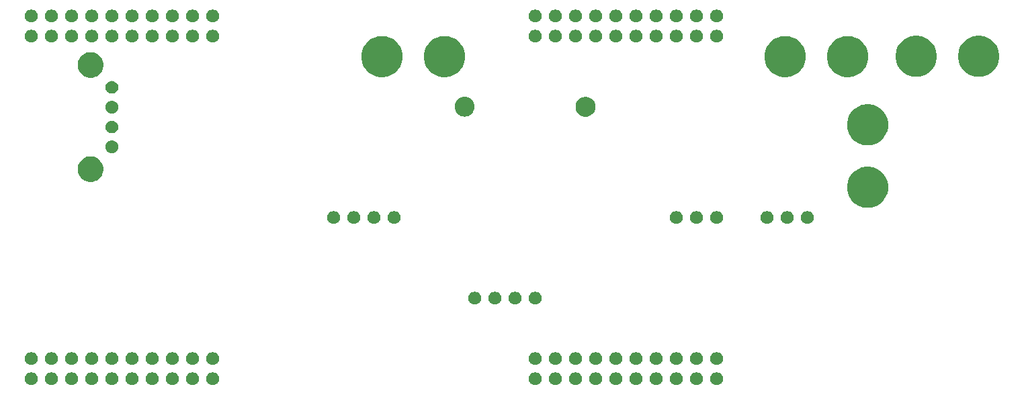
<source format=gbr>
G04 #@! TF.GenerationSoftware,KiCad,Pcbnew,(5.1.4)-1*
G04 #@! TF.CreationDate,2020-02-16T21:06:34-06:00*
G04 #@! TF.ProjectId,SRA_Sensor_Board,5352415f-5365-46e7-936f-725f426f6172,rev?*
G04 #@! TF.SameCoordinates,Original*
G04 #@! TF.FileFunction,Soldermask,Bot*
G04 #@! TF.FilePolarity,Negative*
%FSLAX46Y46*%
G04 Gerber Fmt 4.6, Leading zero omitted, Abs format (unit mm)*
G04 Created by KiCad (PCBNEW (5.1.4)-1) date 2020-02-16 21:06:34*
%MOMM*%
%LPD*%
G04 APERTURE LIST*
%ADD10C,0.100000*%
G04 APERTURE END LIST*
D10*
G36*
X133586560Y-102090166D02*
G01*
X133734153Y-102151301D01*
X133866982Y-102240055D01*
X133979945Y-102353018D01*
X134068699Y-102485847D01*
X134129834Y-102633440D01*
X134161000Y-102790123D01*
X134161000Y-102949877D01*
X134129834Y-103106560D01*
X134068699Y-103254153D01*
X133979945Y-103386982D01*
X133866982Y-103499945D01*
X133734153Y-103588699D01*
X133734152Y-103588700D01*
X133734151Y-103588700D01*
X133586560Y-103649834D01*
X133429878Y-103681000D01*
X133270122Y-103681000D01*
X133113440Y-103649834D01*
X132965849Y-103588700D01*
X132965848Y-103588700D01*
X132965847Y-103588699D01*
X132833018Y-103499945D01*
X132720055Y-103386982D01*
X132631301Y-103254153D01*
X132570166Y-103106560D01*
X132539000Y-102949877D01*
X132539000Y-102790123D01*
X132570166Y-102633440D01*
X132631301Y-102485847D01*
X132720055Y-102353018D01*
X132833018Y-102240055D01*
X132965847Y-102151301D01*
X133113440Y-102090166D01*
X133270122Y-102059000D01*
X133429878Y-102059000D01*
X133586560Y-102090166D01*
X133586560Y-102090166D01*
G37*
G36*
X156446560Y-102090166D02*
G01*
X156594153Y-102151301D01*
X156726982Y-102240055D01*
X156839945Y-102353018D01*
X156928699Y-102485847D01*
X156989834Y-102633440D01*
X157021000Y-102790123D01*
X157021000Y-102949877D01*
X156989834Y-103106560D01*
X156928699Y-103254153D01*
X156839945Y-103386982D01*
X156726982Y-103499945D01*
X156594153Y-103588699D01*
X156594152Y-103588700D01*
X156594151Y-103588700D01*
X156446560Y-103649834D01*
X156289878Y-103681000D01*
X156130122Y-103681000D01*
X155973440Y-103649834D01*
X155825849Y-103588700D01*
X155825848Y-103588700D01*
X155825847Y-103588699D01*
X155693018Y-103499945D01*
X155580055Y-103386982D01*
X155491301Y-103254153D01*
X155430166Y-103106560D01*
X155399000Y-102949877D01*
X155399000Y-102790123D01*
X155430166Y-102633440D01*
X155491301Y-102485847D01*
X155580055Y-102353018D01*
X155693018Y-102240055D01*
X155825847Y-102151301D01*
X155973440Y-102090166D01*
X156130122Y-102059000D01*
X156289878Y-102059000D01*
X156446560Y-102090166D01*
X156446560Y-102090166D01*
G37*
G36*
X92946560Y-102090166D02*
G01*
X93094153Y-102151301D01*
X93226982Y-102240055D01*
X93339945Y-102353018D01*
X93428699Y-102485847D01*
X93489834Y-102633440D01*
X93521000Y-102790123D01*
X93521000Y-102949877D01*
X93489834Y-103106560D01*
X93428699Y-103254153D01*
X93339945Y-103386982D01*
X93226982Y-103499945D01*
X93094153Y-103588699D01*
X93094152Y-103588700D01*
X93094151Y-103588700D01*
X92946560Y-103649834D01*
X92789878Y-103681000D01*
X92630122Y-103681000D01*
X92473440Y-103649834D01*
X92325849Y-103588700D01*
X92325848Y-103588700D01*
X92325847Y-103588699D01*
X92193018Y-103499945D01*
X92080055Y-103386982D01*
X91991301Y-103254153D01*
X91930166Y-103106560D01*
X91899000Y-102949877D01*
X91899000Y-102790123D01*
X91930166Y-102633440D01*
X91991301Y-102485847D01*
X92080055Y-102353018D01*
X92193018Y-102240055D01*
X92325847Y-102151301D01*
X92473440Y-102090166D01*
X92630122Y-102059000D01*
X92789878Y-102059000D01*
X92946560Y-102090166D01*
X92946560Y-102090166D01*
G37*
G36*
X90406560Y-102090166D02*
G01*
X90554153Y-102151301D01*
X90686982Y-102240055D01*
X90799945Y-102353018D01*
X90888699Y-102485847D01*
X90949834Y-102633440D01*
X90981000Y-102790123D01*
X90981000Y-102949877D01*
X90949834Y-103106560D01*
X90888699Y-103254153D01*
X90799945Y-103386982D01*
X90686982Y-103499945D01*
X90554153Y-103588699D01*
X90554152Y-103588700D01*
X90554151Y-103588700D01*
X90406560Y-103649834D01*
X90249878Y-103681000D01*
X90090122Y-103681000D01*
X89933440Y-103649834D01*
X89785849Y-103588700D01*
X89785848Y-103588700D01*
X89785847Y-103588699D01*
X89653018Y-103499945D01*
X89540055Y-103386982D01*
X89451301Y-103254153D01*
X89390166Y-103106560D01*
X89359000Y-102949877D01*
X89359000Y-102790123D01*
X89390166Y-102633440D01*
X89451301Y-102485847D01*
X89540055Y-102353018D01*
X89653018Y-102240055D01*
X89785847Y-102151301D01*
X89933440Y-102090166D01*
X90090122Y-102059000D01*
X90249878Y-102059000D01*
X90406560Y-102090166D01*
X90406560Y-102090166D01*
G37*
G36*
X87866560Y-102090166D02*
G01*
X88014153Y-102151301D01*
X88146982Y-102240055D01*
X88259945Y-102353018D01*
X88348699Y-102485847D01*
X88409834Y-102633440D01*
X88441000Y-102790123D01*
X88441000Y-102949877D01*
X88409834Y-103106560D01*
X88348699Y-103254153D01*
X88259945Y-103386982D01*
X88146982Y-103499945D01*
X88014153Y-103588699D01*
X88014152Y-103588700D01*
X88014151Y-103588700D01*
X87866560Y-103649834D01*
X87709878Y-103681000D01*
X87550122Y-103681000D01*
X87393440Y-103649834D01*
X87245849Y-103588700D01*
X87245848Y-103588700D01*
X87245847Y-103588699D01*
X87113018Y-103499945D01*
X87000055Y-103386982D01*
X86911301Y-103254153D01*
X86850166Y-103106560D01*
X86819000Y-102949877D01*
X86819000Y-102790123D01*
X86850166Y-102633440D01*
X86911301Y-102485847D01*
X87000055Y-102353018D01*
X87113018Y-102240055D01*
X87245847Y-102151301D01*
X87393440Y-102090166D01*
X87550122Y-102059000D01*
X87709878Y-102059000D01*
X87866560Y-102090166D01*
X87866560Y-102090166D01*
G37*
G36*
X85326560Y-102090166D02*
G01*
X85474153Y-102151301D01*
X85606982Y-102240055D01*
X85719945Y-102353018D01*
X85808699Y-102485847D01*
X85869834Y-102633440D01*
X85901000Y-102790123D01*
X85901000Y-102949877D01*
X85869834Y-103106560D01*
X85808699Y-103254153D01*
X85719945Y-103386982D01*
X85606982Y-103499945D01*
X85474153Y-103588699D01*
X85474152Y-103588700D01*
X85474151Y-103588700D01*
X85326560Y-103649834D01*
X85169878Y-103681000D01*
X85010122Y-103681000D01*
X84853440Y-103649834D01*
X84705849Y-103588700D01*
X84705848Y-103588700D01*
X84705847Y-103588699D01*
X84573018Y-103499945D01*
X84460055Y-103386982D01*
X84371301Y-103254153D01*
X84310166Y-103106560D01*
X84279000Y-102949877D01*
X84279000Y-102790123D01*
X84310166Y-102633440D01*
X84371301Y-102485847D01*
X84460055Y-102353018D01*
X84573018Y-102240055D01*
X84705847Y-102151301D01*
X84853440Y-102090166D01*
X85010122Y-102059000D01*
X85169878Y-102059000D01*
X85326560Y-102090166D01*
X85326560Y-102090166D01*
G37*
G36*
X82786560Y-102090166D02*
G01*
X82934153Y-102151301D01*
X83066982Y-102240055D01*
X83179945Y-102353018D01*
X83268699Y-102485847D01*
X83329834Y-102633440D01*
X83361000Y-102790123D01*
X83361000Y-102949877D01*
X83329834Y-103106560D01*
X83268699Y-103254153D01*
X83179945Y-103386982D01*
X83066982Y-103499945D01*
X82934153Y-103588699D01*
X82934152Y-103588700D01*
X82934151Y-103588700D01*
X82786560Y-103649834D01*
X82629878Y-103681000D01*
X82470122Y-103681000D01*
X82313440Y-103649834D01*
X82165849Y-103588700D01*
X82165848Y-103588700D01*
X82165847Y-103588699D01*
X82033018Y-103499945D01*
X81920055Y-103386982D01*
X81831301Y-103254153D01*
X81770166Y-103106560D01*
X81739000Y-102949877D01*
X81739000Y-102790123D01*
X81770166Y-102633440D01*
X81831301Y-102485847D01*
X81920055Y-102353018D01*
X82033018Y-102240055D01*
X82165847Y-102151301D01*
X82313440Y-102090166D01*
X82470122Y-102059000D01*
X82629878Y-102059000D01*
X82786560Y-102090166D01*
X82786560Y-102090166D01*
G37*
G36*
X80246560Y-102090166D02*
G01*
X80394153Y-102151301D01*
X80526982Y-102240055D01*
X80639945Y-102353018D01*
X80728699Y-102485847D01*
X80789834Y-102633440D01*
X80821000Y-102790123D01*
X80821000Y-102949877D01*
X80789834Y-103106560D01*
X80728699Y-103254153D01*
X80639945Y-103386982D01*
X80526982Y-103499945D01*
X80394153Y-103588699D01*
X80394152Y-103588700D01*
X80394151Y-103588700D01*
X80246560Y-103649834D01*
X80089878Y-103681000D01*
X79930122Y-103681000D01*
X79773440Y-103649834D01*
X79625849Y-103588700D01*
X79625848Y-103588700D01*
X79625847Y-103588699D01*
X79493018Y-103499945D01*
X79380055Y-103386982D01*
X79291301Y-103254153D01*
X79230166Y-103106560D01*
X79199000Y-102949877D01*
X79199000Y-102790123D01*
X79230166Y-102633440D01*
X79291301Y-102485847D01*
X79380055Y-102353018D01*
X79493018Y-102240055D01*
X79625847Y-102151301D01*
X79773440Y-102090166D01*
X79930122Y-102059000D01*
X80089878Y-102059000D01*
X80246560Y-102090166D01*
X80246560Y-102090166D01*
G37*
G36*
X77706560Y-102090166D02*
G01*
X77854153Y-102151301D01*
X77986982Y-102240055D01*
X78099945Y-102353018D01*
X78188699Y-102485847D01*
X78249834Y-102633440D01*
X78281000Y-102790123D01*
X78281000Y-102949877D01*
X78249834Y-103106560D01*
X78188699Y-103254153D01*
X78099945Y-103386982D01*
X77986982Y-103499945D01*
X77854153Y-103588699D01*
X77854152Y-103588700D01*
X77854151Y-103588700D01*
X77706560Y-103649834D01*
X77549878Y-103681000D01*
X77390122Y-103681000D01*
X77233440Y-103649834D01*
X77085849Y-103588700D01*
X77085848Y-103588700D01*
X77085847Y-103588699D01*
X76953018Y-103499945D01*
X76840055Y-103386982D01*
X76751301Y-103254153D01*
X76690166Y-103106560D01*
X76659000Y-102949877D01*
X76659000Y-102790123D01*
X76690166Y-102633440D01*
X76751301Y-102485847D01*
X76840055Y-102353018D01*
X76953018Y-102240055D01*
X77085847Y-102151301D01*
X77233440Y-102090166D01*
X77390122Y-102059000D01*
X77549878Y-102059000D01*
X77706560Y-102090166D01*
X77706560Y-102090166D01*
G37*
G36*
X75166560Y-102090166D02*
G01*
X75314153Y-102151301D01*
X75446982Y-102240055D01*
X75559945Y-102353018D01*
X75648699Y-102485847D01*
X75709834Y-102633440D01*
X75741000Y-102790123D01*
X75741000Y-102949877D01*
X75709834Y-103106560D01*
X75648699Y-103254153D01*
X75559945Y-103386982D01*
X75446982Y-103499945D01*
X75314153Y-103588699D01*
X75314152Y-103588700D01*
X75314151Y-103588700D01*
X75166560Y-103649834D01*
X75009878Y-103681000D01*
X74850122Y-103681000D01*
X74693440Y-103649834D01*
X74545849Y-103588700D01*
X74545848Y-103588700D01*
X74545847Y-103588699D01*
X74413018Y-103499945D01*
X74300055Y-103386982D01*
X74211301Y-103254153D01*
X74150166Y-103106560D01*
X74119000Y-102949877D01*
X74119000Y-102790123D01*
X74150166Y-102633440D01*
X74211301Y-102485847D01*
X74300055Y-102353018D01*
X74413018Y-102240055D01*
X74545847Y-102151301D01*
X74693440Y-102090166D01*
X74850122Y-102059000D01*
X75009878Y-102059000D01*
X75166560Y-102090166D01*
X75166560Y-102090166D01*
G37*
G36*
X72626560Y-102090166D02*
G01*
X72774153Y-102151301D01*
X72906982Y-102240055D01*
X73019945Y-102353018D01*
X73108699Y-102485847D01*
X73169834Y-102633440D01*
X73201000Y-102790123D01*
X73201000Y-102949877D01*
X73169834Y-103106560D01*
X73108699Y-103254153D01*
X73019945Y-103386982D01*
X72906982Y-103499945D01*
X72774153Y-103588699D01*
X72774152Y-103588700D01*
X72774151Y-103588700D01*
X72626560Y-103649834D01*
X72469878Y-103681000D01*
X72310122Y-103681000D01*
X72153440Y-103649834D01*
X72005849Y-103588700D01*
X72005848Y-103588700D01*
X72005847Y-103588699D01*
X71873018Y-103499945D01*
X71760055Y-103386982D01*
X71671301Y-103254153D01*
X71610166Y-103106560D01*
X71579000Y-102949877D01*
X71579000Y-102790123D01*
X71610166Y-102633440D01*
X71671301Y-102485847D01*
X71760055Y-102353018D01*
X71873018Y-102240055D01*
X72005847Y-102151301D01*
X72153440Y-102090166D01*
X72310122Y-102059000D01*
X72469878Y-102059000D01*
X72626560Y-102090166D01*
X72626560Y-102090166D01*
G37*
G36*
X151366560Y-102090166D02*
G01*
X151514153Y-102151301D01*
X151646982Y-102240055D01*
X151759945Y-102353018D01*
X151848699Y-102485847D01*
X151909834Y-102633440D01*
X151941000Y-102790123D01*
X151941000Y-102949877D01*
X151909834Y-103106560D01*
X151848699Y-103254153D01*
X151759945Y-103386982D01*
X151646982Y-103499945D01*
X151514153Y-103588699D01*
X151514152Y-103588700D01*
X151514151Y-103588700D01*
X151366560Y-103649834D01*
X151209878Y-103681000D01*
X151050122Y-103681000D01*
X150893440Y-103649834D01*
X150745849Y-103588700D01*
X150745848Y-103588700D01*
X150745847Y-103588699D01*
X150613018Y-103499945D01*
X150500055Y-103386982D01*
X150411301Y-103254153D01*
X150350166Y-103106560D01*
X150319000Y-102949877D01*
X150319000Y-102790123D01*
X150350166Y-102633440D01*
X150411301Y-102485847D01*
X150500055Y-102353018D01*
X150613018Y-102240055D01*
X150745847Y-102151301D01*
X150893440Y-102090166D01*
X151050122Y-102059000D01*
X151209878Y-102059000D01*
X151366560Y-102090166D01*
X151366560Y-102090166D01*
G37*
G36*
X146286560Y-102090166D02*
G01*
X146434153Y-102151301D01*
X146566982Y-102240055D01*
X146679945Y-102353018D01*
X146768699Y-102485847D01*
X146829834Y-102633440D01*
X146861000Y-102790123D01*
X146861000Y-102949877D01*
X146829834Y-103106560D01*
X146768699Y-103254153D01*
X146679945Y-103386982D01*
X146566982Y-103499945D01*
X146434153Y-103588699D01*
X146434152Y-103588700D01*
X146434151Y-103588700D01*
X146286560Y-103649834D01*
X146129878Y-103681000D01*
X145970122Y-103681000D01*
X145813440Y-103649834D01*
X145665849Y-103588700D01*
X145665848Y-103588700D01*
X145665847Y-103588699D01*
X145533018Y-103499945D01*
X145420055Y-103386982D01*
X145331301Y-103254153D01*
X145270166Y-103106560D01*
X145239000Y-102949877D01*
X145239000Y-102790123D01*
X145270166Y-102633440D01*
X145331301Y-102485847D01*
X145420055Y-102353018D01*
X145533018Y-102240055D01*
X145665847Y-102151301D01*
X145813440Y-102090166D01*
X145970122Y-102059000D01*
X146129878Y-102059000D01*
X146286560Y-102090166D01*
X146286560Y-102090166D01*
G37*
G36*
X143746560Y-102090166D02*
G01*
X143894153Y-102151301D01*
X144026982Y-102240055D01*
X144139945Y-102353018D01*
X144228699Y-102485847D01*
X144289834Y-102633440D01*
X144321000Y-102790123D01*
X144321000Y-102949877D01*
X144289834Y-103106560D01*
X144228699Y-103254153D01*
X144139945Y-103386982D01*
X144026982Y-103499945D01*
X143894153Y-103588699D01*
X143894152Y-103588700D01*
X143894151Y-103588700D01*
X143746560Y-103649834D01*
X143589878Y-103681000D01*
X143430122Y-103681000D01*
X143273440Y-103649834D01*
X143125849Y-103588700D01*
X143125848Y-103588700D01*
X143125847Y-103588699D01*
X142993018Y-103499945D01*
X142880055Y-103386982D01*
X142791301Y-103254153D01*
X142730166Y-103106560D01*
X142699000Y-102949877D01*
X142699000Y-102790123D01*
X142730166Y-102633440D01*
X142791301Y-102485847D01*
X142880055Y-102353018D01*
X142993018Y-102240055D01*
X143125847Y-102151301D01*
X143273440Y-102090166D01*
X143430122Y-102059000D01*
X143589878Y-102059000D01*
X143746560Y-102090166D01*
X143746560Y-102090166D01*
G37*
G36*
X141206560Y-102090166D02*
G01*
X141354153Y-102151301D01*
X141486982Y-102240055D01*
X141599945Y-102353018D01*
X141688699Y-102485847D01*
X141749834Y-102633440D01*
X141781000Y-102790123D01*
X141781000Y-102949877D01*
X141749834Y-103106560D01*
X141688699Y-103254153D01*
X141599945Y-103386982D01*
X141486982Y-103499945D01*
X141354153Y-103588699D01*
X141354152Y-103588700D01*
X141354151Y-103588700D01*
X141206560Y-103649834D01*
X141049878Y-103681000D01*
X140890122Y-103681000D01*
X140733440Y-103649834D01*
X140585849Y-103588700D01*
X140585848Y-103588700D01*
X140585847Y-103588699D01*
X140453018Y-103499945D01*
X140340055Y-103386982D01*
X140251301Y-103254153D01*
X140190166Y-103106560D01*
X140159000Y-102949877D01*
X140159000Y-102790123D01*
X140190166Y-102633440D01*
X140251301Y-102485847D01*
X140340055Y-102353018D01*
X140453018Y-102240055D01*
X140585847Y-102151301D01*
X140733440Y-102090166D01*
X140890122Y-102059000D01*
X141049878Y-102059000D01*
X141206560Y-102090166D01*
X141206560Y-102090166D01*
G37*
G36*
X138666560Y-102090166D02*
G01*
X138814153Y-102151301D01*
X138946982Y-102240055D01*
X139059945Y-102353018D01*
X139148699Y-102485847D01*
X139209834Y-102633440D01*
X139241000Y-102790123D01*
X139241000Y-102949877D01*
X139209834Y-103106560D01*
X139148699Y-103254153D01*
X139059945Y-103386982D01*
X138946982Y-103499945D01*
X138814153Y-103588699D01*
X138814152Y-103588700D01*
X138814151Y-103588700D01*
X138666560Y-103649834D01*
X138509878Y-103681000D01*
X138350122Y-103681000D01*
X138193440Y-103649834D01*
X138045849Y-103588700D01*
X138045848Y-103588700D01*
X138045847Y-103588699D01*
X137913018Y-103499945D01*
X137800055Y-103386982D01*
X137711301Y-103254153D01*
X137650166Y-103106560D01*
X137619000Y-102949877D01*
X137619000Y-102790123D01*
X137650166Y-102633440D01*
X137711301Y-102485847D01*
X137800055Y-102353018D01*
X137913018Y-102240055D01*
X138045847Y-102151301D01*
X138193440Y-102090166D01*
X138350122Y-102059000D01*
X138509878Y-102059000D01*
X138666560Y-102090166D01*
X138666560Y-102090166D01*
G37*
G36*
X136126560Y-102090166D02*
G01*
X136274153Y-102151301D01*
X136406982Y-102240055D01*
X136519945Y-102353018D01*
X136608699Y-102485847D01*
X136669834Y-102633440D01*
X136701000Y-102790123D01*
X136701000Y-102949877D01*
X136669834Y-103106560D01*
X136608699Y-103254153D01*
X136519945Y-103386982D01*
X136406982Y-103499945D01*
X136274153Y-103588699D01*
X136274152Y-103588700D01*
X136274151Y-103588700D01*
X136126560Y-103649834D01*
X135969878Y-103681000D01*
X135810122Y-103681000D01*
X135653440Y-103649834D01*
X135505849Y-103588700D01*
X135505848Y-103588700D01*
X135505847Y-103588699D01*
X135373018Y-103499945D01*
X135260055Y-103386982D01*
X135171301Y-103254153D01*
X135110166Y-103106560D01*
X135079000Y-102949877D01*
X135079000Y-102790123D01*
X135110166Y-102633440D01*
X135171301Y-102485847D01*
X135260055Y-102353018D01*
X135373018Y-102240055D01*
X135505847Y-102151301D01*
X135653440Y-102090166D01*
X135810122Y-102059000D01*
X135969878Y-102059000D01*
X136126560Y-102090166D01*
X136126560Y-102090166D01*
G37*
G36*
X153906560Y-102090166D02*
G01*
X154054153Y-102151301D01*
X154186982Y-102240055D01*
X154299945Y-102353018D01*
X154388699Y-102485847D01*
X154449834Y-102633440D01*
X154481000Y-102790123D01*
X154481000Y-102949877D01*
X154449834Y-103106560D01*
X154388699Y-103254153D01*
X154299945Y-103386982D01*
X154186982Y-103499945D01*
X154054153Y-103588699D01*
X154054152Y-103588700D01*
X154054151Y-103588700D01*
X153906560Y-103649834D01*
X153749878Y-103681000D01*
X153590122Y-103681000D01*
X153433440Y-103649834D01*
X153285849Y-103588700D01*
X153285848Y-103588700D01*
X153285847Y-103588699D01*
X153153018Y-103499945D01*
X153040055Y-103386982D01*
X152951301Y-103254153D01*
X152890166Y-103106560D01*
X152859000Y-102949877D01*
X152859000Y-102790123D01*
X152890166Y-102633440D01*
X152951301Y-102485847D01*
X153040055Y-102353018D01*
X153153018Y-102240055D01*
X153285847Y-102151301D01*
X153433440Y-102090166D01*
X153590122Y-102059000D01*
X153749878Y-102059000D01*
X153906560Y-102090166D01*
X153906560Y-102090166D01*
G37*
G36*
X148826560Y-102090166D02*
G01*
X148974153Y-102151301D01*
X149106982Y-102240055D01*
X149219945Y-102353018D01*
X149308699Y-102485847D01*
X149369834Y-102633440D01*
X149401000Y-102790123D01*
X149401000Y-102949877D01*
X149369834Y-103106560D01*
X149308699Y-103254153D01*
X149219945Y-103386982D01*
X149106982Y-103499945D01*
X148974153Y-103588699D01*
X148974152Y-103588700D01*
X148974151Y-103588700D01*
X148826560Y-103649834D01*
X148669878Y-103681000D01*
X148510122Y-103681000D01*
X148353440Y-103649834D01*
X148205849Y-103588700D01*
X148205848Y-103588700D01*
X148205847Y-103588699D01*
X148073018Y-103499945D01*
X147960055Y-103386982D01*
X147871301Y-103254153D01*
X147810166Y-103106560D01*
X147779000Y-102949877D01*
X147779000Y-102790123D01*
X147810166Y-102633440D01*
X147871301Y-102485847D01*
X147960055Y-102353018D01*
X148073018Y-102240055D01*
X148205847Y-102151301D01*
X148353440Y-102090166D01*
X148510122Y-102059000D01*
X148669878Y-102059000D01*
X148826560Y-102090166D01*
X148826560Y-102090166D01*
G37*
G36*
X70086560Y-102090166D02*
G01*
X70234153Y-102151301D01*
X70366982Y-102240055D01*
X70479945Y-102353018D01*
X70568699Y-102485847D01*
X70629834Y-102633440D01*
X70661000Y-102790123D01*
X70661000Y-102949877D01*
X70629834Y-103106560D01*
X70568699Y-103254153D01*
X70479945Y-103386982D01*
X70366982Y-103499945D01*
X70234153Y-103588699D01*
X70234152Y-103588700D01*
X70234151Y-103588700D01*
X70086560Y-103649834D01*
X69929878Y-103681000D01*
X69770122Y-103681000D01*
X69613440Y-103649834D01*
X69465849Y-103588700D01*
X69465848Y-103588700D01*
X69465847Y-103588699D01*
X69333018Y-103499945D01*
X69220055Y-103386982D01*
X69131301Y-103254153D01*
X69070166Y-103106560D01*
X69039000Y-102949877D01*
X69039000Y-102790123D01*
X69070166Y-102633440D01*
X69131301Y-102485847D01*
X69220055Y-102353018D01*
X69333018Y-102240055D01*
X69465847Y-102151301D01*
X69613440Y-102090166D01*
X69770122Y-102059000D01*
X69929878Y-102059000D01*
X70086560Y-102090166D01*
X70086560Y-102090166D01*
G37*
G36*
X85326560Y-99550166D02*
G01*
X85474153Y-99611301D01*
X85606982Y-99700055D01*
X85719945Y-99813018D01*
X85808699Y-99945847D01*
X85869834Y-100093440D01*
X85901000Y-100250123D01*
X85901000Y-100409877D01*
X85869834Y-100566560D01*
X85808699Y-100714153D01*
X85719945Y-100846982D01*
X85606982Y-100959945D01*
X85474153Y-101048699D01*
X85474152Y-101048700D01*
X85474151Y-101048700D01*
X85326560Y-101109834D01*
X85169878Y-101141000D01*
X85010122Y-101141000D01*
X84853440Y-101109834D01*
X84705849Y-101048700D01*
X84705848Y-101048700D01*
X84705847Y-101048699D01*
X84573018Y-100959945D01*
X84460055Y-100846982D01*
X84371301Y-100714153D01*
X84310166Y-100566560D01*
X84279000Y-100409877D01*
X84279000Y-100250123D01*
X84310166Y-100093440D01*
X84371301Y-99945847D01*
X84460055Y-99813018D01*
X84573018Y-99700055D01*
X84705847Y-99611301D01*
X84853440Y-99550166D01*
X85010122Y-99519000D01*
X85169878Y-99519000D01*
X85326560Y-99550166D01*
X85326560Y-99550166D01*
G37*
G36*
X92946560Y-99550166D02*
G01*
X93094153Y-99611301D01*
X93226982Y-99700055D01*
X93339945Y-99813018D01*
X93428699Y-99945847D01*
X93489834Y-100093440D01*
X93521000Y-100250123D01*
X93521000Y-100409877D01*
X93489834Y-100566560D01*
X93428699Y-100714153D01*
X93339945Y-100846982D01*
X93226982Y-100959945D01*
X93094153Y-101048699D01*
X93094152Y-101048700D01*
X93094151Y-101048700D01*
X92946560Y-101109834D01*
X92789878Y-101141000D01*
X92630122Y-101141000D01*
X92473440Y-101109834D01*
X92325849Y-101048700D01*
X92325848Y-101048700D01*
X92325847Y-101048699D01*
X92193018Y-100959945D01*
X92080055Y-100846982D01*
X91991301Y-100714153D01*
X91930166Y-100566560D01*
X91899000Y-100409877D01*
X91899000Y-100250123D01*
X91930166Y-100093440D01*
X91991301Y-99945847D01*
X92080055Y-99813018D01*
X92193018Y-99700055D01*
X92325847Y-99611301D01*
X92473440Y-99550166D01*
X92630122Y-99519000D01*
X92789878Y-99519000D01*
X92946560Y-99550166D01*
X92946560Y-99550166D01*
G37*
G36*
X87866560Y-99550166D02*
G01*
X88014153Y-99611301D01*
X88146982Y-99700055D01*
X88259945Y-99813018D01*
X88348699Y-99945847D01*
X88409834Y-100093440D01*
X88441000Y-100250123D01*
X88441000Y-100409877D01*
X88409834Y-100566560D01*
X88348699Y-100714153D01*
X88259945Y-100846982D01*
X88146982Y-100959945D01*
X88014153Y-101048699D01*
X88014152Y-101048700D01*
X88014151Y-101048700D01*
X87866560Y-101109834D01*
X87709878Y-101141000D01*
X87550122Y-101141000D01*
X87393440Y-101109834D01*
X87245849Y-101048700D01*
X87245848Y-101048700D01*
X87245847Y-101048699D01*
X87113018Y-100959945D01*
X87000055Y-100846982D01*
X86911301Y-100714153D01*
X86850166Y-100566560D01*
X86819000Y-100409877D01*
X86819000Y-100250123D01*
X86850166Y-100093440D01*
X86911301Y-99945847D01*
X87000055Y-99813018D01*
X87113018Y-99700055D01*
X87245847Y-99611301D01*
X87393440Y-99550166D01*
X87550122Y-99519000D01*
X87709878Y-99519000D01*
X87866560Y-99550166D01*
X87866560Y-99550166D01*
G37*
G36*
X90406560Y-99550166D02*
G01*
X90554153Y-99611301D01*
X90686982Y-99700055D01*
X90799945Y-99813018D01*
X90888699Y-99945847D01*
X90949834Y-100093440D01*
X90981000Y-100250123D01*
X90981000Y-100409877D01*
X90949834Y-100566560D01*
X90888699Y-100714153D01*
X90799945Y-100846982D01*
X90686982Y-100959945D01*
X90554153Y-101048699D01*
X90554152Y-101048700D01*
X90554151Y-101048700D01*
X90406560Y-101109834D01*
X90249878Y-101141000D01*
X90090122Y-101141000D01*
X89933440Y-101109834D01*
X89785849Y-101048700D01*
X89785848Y-101048700D01*
X89785847Y-101048699D01*
X89653018Y-100959945D01*
X89540055Y-100846982D01*
X89451301Y-100714153D01*
X89390166Y-100566560D01*
X89359000Y-100409877D01*
X89359000Y-100250123D01*
X89390166Y-100093440D01*
X89451301Y-99945847D01*
X89540055Y-99813018D01*
X89653018Y-99700055D01*
X89785847Y-99611301D01*
X89933440Y-99550166D01*
X90090122Y-99519000D01*
X90249878Y-99519000D01*
X90406560Y-99550166D01*
X90406560Y-99550166D01*
G37*
G36*
X136126560Y-99550166D02*
G01*
X136274153Y-99611301D01*
X136406982Y-99700055D01*
X136519945Y-99813018D01*
X136608699Y-99945847D01*
X136669834Y-100093440D01*
X136701000Y-100250123D01*
X136701000Y-100409877D01*
X136669834Y-100566560D01*
X136608699Y-100714153D01*
X136519945Y-100846982D01*
X136406982Y-100959945D01*
X136274153Y-101048699D01*
X136274152Y-101048700D01*
X136274151Y-101048700D01*
X136126560Y-101109834D01*
X135969878Y-101141000D01*
X135810122Y-101141000D01*
X135653440Y-101109834D01*
X135505849Y-101048700D01*
X135505848Y-101048700D01*
X135505847Y-101048699D01*
X135373018Y-100959945D01*
X135260055Y-100846982D01*
X135171301Y-100714153D01*
X135110166Y-100566560D01*
X135079000Y-100409877D01*
X135079000Y-100250123D01*
X135110166Y-100093440D01*
X135171301Y-99945847D01*
X135260055Y-99813018D01*
X135373018Y-99700055D01*
X135505847Y-99611301D01*
X135653440Y-99550166D01*
X135810122Y-99519000D01*
X135969878Y-99519000D01*
X136126560Y-99550166D01*
X136126560Y-99550166D01*
G37*
G36*
X146286560Y-99550166D02*
G01*
X146434153Y-99611301D01*
X146566982Y-99700055D01*
X146679945Y-99813018D01*
X146768699Y-99945847D01*
X146829834Y-100093440D01*
X146861000Y-100250123D01*
X146861000Y-100409877D01*
X146829834Y-100566560D01*
X146768699Y-100714153D01*
X146679945Y-100846982D01*
X146566982Y-100959945D01*
X146434153Y-101048699D01*
X146434152Y-101048700D01*
X146434151Y-101048700D01*
X146286560Y-101109834D01*
X146129878Y-101141000D01*
X145970122Y-101141000D01*
X145813440Y-101109834D01*
X145665849Y-101048700D01*
X145665848Y-101048700D01*
X145665847Y-101048699D01*
X145533018Y-100959945D01*
X145420055Y-100846982D01*
X145331301Y-100714153D01*
X145270166Y-100566560D01*
X145239000Y-100409877D01*
X145239000Y-100250123D01*
X145270166Y-100093440D01*
X145331301Y-99945847D01*
X145420055Y-99813018D01*
X145533018Y-99700055D01*
X145665847Y-99611301D01*
X145813440Y-99550166D01*
X145970122Y-99519000D01*
X146129878Y-99519000D01*
X146286560Y-99550166D01*
X146286560Y-99550166D01*
G37*
G36*
X143746560Y-99550166D02*
G01*
X143894153Y-99611301D01*
X144026982Y-99700055D01*
X144139945Y-99813018D01*
X144228699Y-99945847D01*
X144289834Y-100093440D01*
X144321000Y-100250123D01*
X144321000Y-100409877D01*
X144289834Y-100566560D01*
X144228699Y-100714153D01*
X144139945Y-100846982D01*
X144026982Y-100959945D01*
X143894153Y-101048699D01*
X143894152Y-101048700D01*
X143894151Y-101048700D01*
X143746560Y-101109834D01*
X143589878Y-101141000D01*
X143430122Y-101141000D01*
X143273440Y-101109834D01*
X143125849Y-101048700D01*
X143125848Y-101048700D01*
X143125847Y-101048699D01*
X142993018Y-100959945D01*
X142880055Y-100846982D01*
X142791301Y-100714153D01*
X142730166Y-100566560D01*
X142699000Y-100409877D01*
X142699000Y-100250123D01*
X142730166Y-100093440D01*
X142791301Y-99945847D01*
X142880055Y-99813018D01*
X142993018Y-99700055D01*
X143125847Y-99611301D01*
X143273440Y-99550166D01*
X143430122Y-99519000D01*
X143589878Y-99519000D01*
X143746560Y-99550166D01*
X143746560Y-99550166D01*
G37*
G36*
X138666560Y-99550166D02*
G01*
X138814153Y-99611301D01*
X138946982Y-99700055D01*
X139059945Y-99813018D01*
X139148699Y-99945847D01*
X139209834Y-100093440D01*
X139241000Y-100250123D01*
X139241000Y-100409877D01*
X139209834Y-100566560D01*
X139148699Y-100714153D01*
X139059945Y-100846982D01*
X138946982Y-100959945D01*
X138814153Y-101048699D01*
X138814152Y-101048700D01*
X138814151Y-101048700D01*
X138666560Y-101109834D01*
X138509878Y-101141000D01*
X138350122Y-101141000D01*
X138193440Y-101109834D01*
X138045849Y-101048700D01*
X138045848Y-101048700D01*
X138045847Y-101048699D01*
X137913018Y-100959945D01*
X137800055Y-100846982D01*
X137711301Y-100714153D01*
X137650166Y-100566560D01*
X137619000Y-100409877D01*
X137619000Y-100250123D01*
X137650166Y-100093440D01*
X137711301Y-99945847D01*
X137800055Y-99813018D01*
X137913018Y-99700055D01*
X138045847Y-99611301D01*
X138193440Y-99550166D01*
X138350122Y-99519000D01*
X138509878Y-99519000D01*
X138666560Y-99550166D01*
X138666560Y-99550166D01*
G37*
G36*
X133586560Y-99550166D02*
G01*
X133734153Y-99611301D01*
X133866982Y-99700055D01*
X133979945Y-99813018D01*
X134068699Y-99945847D01*
X134129834Y-100093440D01*
X134161000Y-100250123D01*
X134161000Y-100409877D01*
X134129834Y-100566560D01*
X134068699Y-100714153D01*
X133979945Y-100846982D01*
X133866982Y-100959945D01*
X133734153Y-101048699D01*
X133734152Y-101048700D01*
X133734151Y-101048700D01*
X133586560Y-101109834D01*
X133429878Y-101141000D01*
X133270122Y-101141000D01*
X133113440Y-101109834D01*
X132965849Y-101048700D01*
X132965848Y-101048700D01*
X132965847Y-101048699D01*
X132833018Y-100959945D01*
X132720055Y-100846982D01*
X132631301Y-100714153D01*
X132570166Y-100566560D01*
X132539000Y-100409877D01*
X132539000Y-100250123D01*
X132570166Y-100093440D01*
X132631301Y-99945847D01*
X132720055Y-99813018D01*
X132833018Y-99700055D01*
X132965847Y-99611301D01*
X133113440Y-99550166D01*
X133270122Y-99519000D01*
X133429878Y-99519000D01*
X133586560Y-99550166D01*
X133586560Y-99550166D01*
G37*
G36*
X153906560Y-99550166D02*
G01*
X154054153Y-99611301D01*
X154186982Y-99700055D01*
X154299945Y-99813018D01*
X154388699Y-99945847D01*
X154449834Y-100093440D01*
X154481000Y-100250123D01*
X154481000Y-100409877D01*
X154449834Y-100566560D01*
X154388699Y-100714153D01*
X154299945Y-100846982D01*
X154186982Y-100959945D01*
X154054153Y-101048699D01*
X154054152Y-101048700D01*
X154054151Y-101048700D01*
X153906560Y-101109834D01*
X153749878Y-101141000D01*
X153590122Y-101141000D01*
X153433440Y-101109834D01*
X153285849Y-101048700D01*
X153285848Y-101048700D01*
X153285847Y-101048699D01*
X153153018Y-100959945D01*
X153040055Y-100846982D01*
X152951301Y-100714153D01*
X152890166Y-100566560D01*
X152859000Y-100409877D01*
X152859000Y-100250123D01*
X152890166Y-100093440D01*
X152951301Y-99945847D01*
X153040055Y-99813018D01*
X153153018Y-99700055D01*
X153285847Y-99611301D01*
X153433440Y-99550166D01*
X153590122Y-99519000D01*
X153749878Y-99519000D01*
X153906560Y-99550166D01*
X153906560Y-99550166D01*
G37*
G36*
X80246560Y-99550166D02*
G01*
X80394153Y-99611301D01*
X80526982Y-99700055D01*
X80639945Y-99813018D01*
X80728699Y-99945847D01*
X80789834Y-100093440D01*
X80821000Y-100250123D01*
X80821000Y-100409877D01*
X80789834Y-100566560D01*
X80728699Y-100714153D01*
X80639945Y-100846982D01*
X80526982Y-100959945D01*
X80394153Y-101048699D01*
X80394152Y-101048700D01*
X80394151Y-101048700D01*
X80246560Y-101109834D01*
X80089878Y-101141000D01*
X79930122Y-101141000D01*
X79773440Y-101109834D01*
X79625849Y-101048700D01*
X79625848Y-101048700D01*
X79625847Y-101048699D01*
X79493018Y-100959945D01*
X79380055Y-100846982D01*
X79291301Y-100714153D01*
X79230166Y-100566560D01*
X79199000Y-100409877D01*
X79199000Y-100250123D01*
X79230166Y-100093440D01*
X79291301Y-99945847D01*
X79380055Y-99813018D01*
X79493018Y-99700055D01*
X79625847Y-99611301D01*
X79773440Y-99550166D01*
X79930122Y-99519000D01*
X80089878Y-99519000D01*
X80246560Y-99550166D01*
X80246560Y-99550166D01*
G37*
G36*
X77706560Y-99550166D02*
G01*
X77854153Y-99611301D01*
X77986982Y-99700055D01*
X78099945Y-99813018D01*
X78188699Y-99945847D01*
X78249834Y-100093440D01*
X78281000Y-100250123D01*
X78281000Y-100409877D01*
X78249834Y-100566560D01*
X78188699Y-100714153D01*
X78099945Y-100846982D01*
X77986982Y-100959945D01*
X77854153Y-101048699D01*
X77854152Y-101048700D01*
X77854151Y-101048700D01*
X77706560Y-101109834D01*
X77549878Y-101141000D01*
X77390122Y-101141000D01*
X77233440Y-101109834D01*
X77085849Y-101048700D01*
X77085848Y-101048700D01*
X77085847Y-101048699D01*
X76953018Y-100959945D01*
X76840055Y-100846982D01*
X76751301Y-100714153D01*
X76690166Y-100566560D01*
X76659000Y-100409877D01*
X76659000Y-100250123D01*
X76690166Y-100093440D01*
X76751301Y-99945847D01*
X76840055Y-99813018D01*
X76953018Y-99700055D01*
X77085847Y-99611301D01*
X77233440Y-99550166D01*
X77390122Y-99519000D01*
X77549878Y-99519000D01*
X77706560Y-99550166D01*
X77706560Y-99550166D01*
G37*
G36*
X75166560Y-99550166D02*
G01*
X75314153Y-99611301D01*
X75446982Y-99700055D01*
X75559945Y-99813018D01*
X75648699Y-99945847D01*
X75709834Y-100093440D01*
X75741000Y-100250123D01*
X75741000Y-100409877D01*
X75709834Y-100566560D01*
X75648699Y-100714153D01*
X75559945Y-100846982D01*
X75446982Y-100959945D01*
X75314153Y-101048699D01*
X75314152Y-101048700D01*
X75314151Y-101048700D01*
X75166560Y-101109834D01*
X75009878Y-101141000D01*
X74850122Y-101141000D01*
X74693440Y-101109834D01*
X74545849Y-101048700D01*
X74545848Y-101048700D01*
X74545847Y-101048699D01*
X74413018Y-100959945D01*
X74300055Y-100846982D01*
X74211301Y-100714153D01*
X74150166Y-100566560D01*
X74119000Y-100409877D01*
X74119000Y-100250123D01*
X74150166Y-100093440D01*
X74211301Y-99945847D01*
X74300055Y-99813018D01*
X74413018Y-99700055D01*
X74545847Y-99611301D01*
X74693440Y-99550166D01*
X74850122Y-99519000D01*
X75009878Y-99519000D01*
X75166560Y-99550166D01*
X75166560Y-99550166D01*
G37*
G36*
X72626560Y-99550166D02*
G01*
X72774153Y-99611301D01*
X72906982Y-99700055D01*
X73019945Y-99813018D01*
X73108699Y-99945847D01*
X73169834Y-100093440D01*
X73201000Y-100250123D01*
X73201000Y-100409877D01*
X73169834Y-100566560D01*
X73108699Y-100714153D01*
X73019945Y-100846982D01*
X72906982Y-100959945D01*
X72774153Y-101048699D01*
X72774152Y-101048700D01*
X72774151Y-101048700D01*
X72626560Y-101109834D01*
X72469878Y-101141000D01*
X72310122Y-101141000D01*
X72153440Y-101109834D01*
X72005849Y-101048700D01*
X72005848Y-101048700D01*
X72005847Y-101048699D01*
X71873018Y-100959945D01*
X71760055Y-100846982D01*
X71671301Y-100714153D01*
X71610166Y-100566560D01*
X71579000Y-100409877D01*
X71579000Y-100250123D01*
X71610166Y-100093440D01*
X71671301Y-99945847D01*
X71760055Y-99813018D01*
X71873018Y-99700055D01*
X72005847Y-99611301D01*
X72153440Y-99550166D01*
X72310122Y-99519000D01*
X72469878Y-99519000D01*
X72626560Y-99550166D01*
X72626560Y-99550166D01*
G37*
G36*
X70086560Y-99550166D02*
G01*
X70234153Y-99611301D01*
X70366982Y-99700055D01*
X70479945Y-99813018D01*
X70568699Y-99945847D01*
X70629834Y-100093440D01*
X70661000Y-100250123D01*
X70661000Y-100409877D01*
X70629834Y-100566560D01*
X70568699Y-100714153D01*
X70479945Y-100846982D01*
X70366982Y-100959945D01*
X70234153Y-101048699D01*
X70234152Y-101048700D01*
X70234151Y-101048700D01*
X70086560Y-101109834D01*
X69929878Y-101141000D01*
X69770122Y-101141000D01*
X69613440Y-101109834D01*
X69465849Y-101048700D01*
X69465848Y-101048700D01*
X69465847Y-101048699D01*
X69333018Y-100959945D01*
X69220055Y-100846982D01*
X69131301Y-100714153D01*
X69070166Y-100566560D01*
X69039000Y-100409877D01*
X69039000Y-100250123D01*
X69070166Y-100093440D01*
X69131301Y-99945847D01*
X69220055Y-99813018D01*
X69333018Y-99700055D01*
X69465847Y-99611301D01*
X69613440Y-99550166D01*
X69770122Y-99519000D01*
X69929878Y-99519000D01*
X70086560Y-99550166D01*
X70086560Y-99550166D01*
G37*
G36*
X141206560Y-99550166D02*
G01*
X141354153Y-99611301D01*
X141486982Y-99700055D01*
X141599945Y-99813018D01*
X141688699Y-99945847D01*
X141749834Y-100093440D01*
X141781000Y-100250123D01*
X141781000Y-100409877D01*
X141749834Y-100566560D01*
X141688699Y-100714153D01*
X141599945Y-100846982D01*
X141486982Y-100959945D01*
X141354153Y-101048699D01*
X141354152Y-101048700D01*
X141354151Y-101048700D01*
X141206560Y-101109834D01*
X141049878Y-101141000D01*
X140890122Y-101141000D01*
X140733440Y-101109834D01*
X140585849Y-101048700D01*
X140585848Y-101048700D01*
X140585847Y-101048699D01*
X140453018Y-100959945D01*
X140340055Y-100846982D01*
X140251301Y-100714153D01*
X140190166Y-100566560D01*
X140159000Y-100409877D01*
X140159000Y-100250123D01*
X140190166Y-100093440D01*
X140251301Y-99945847D01*
X140340055Y-99813018D01*
X140453018Y-99700055D01*
X140585847Y-99611301D01*
X140733440Y-99550166D01*
X140890122Y-99519000D01*
X141049878Y-99519000D01*
X141206560Y-99550166D01*
X141206560Y-99550166D01*
G37*
G36*
X156446560Y-99550166D02*
G01*
X156594153Y-99611301D01*
X156726982Y-99700055D01*
X156839945Y-99813018D01*
X156928699Y-99945847D01*
X156989834Y-100093440D01*
X157021000Y-100250123D01*
X157021000Y-100409877D01*
X156989834Y-100566560D01*
X156928699Y-100714153D01*
X156839945Y-100846982D01*
X156726982Y-100959945D01*
X156594153Y-101048699D01*
X156594152Y-101048700D01*
X156594151Y-101048700D01*
X156446560Y-101109834D01*
X156289878Y-101141000D01*
X156130122Y-101141000D01*
X155973440Y-101109834D01*
X155825849Y-101048700D01*
X155825848Y-101048700D01*
X155825847Y-101048699D01*
X155693018Y-100959945D01*
X155580055Y-100846982D01*
X155491301Y-100714153D01*
X155430166Y-100566560D01*
X155399000Y-100409877D01*
X155399000Y-100250123D01*
X155430166Y-100093440D01*
X155491301Y-99945847D01*
X155580055Y-99813018D01*
X155693018Y-99700055D01*
X155825847Y-99611301D01*
X155973440Y-99550166D01*
X156130122Y-99519000D01*
X156289878Y-99519000D01*
X156446560Y-99550166D01*
X156446560Y-99550166D01*
G37*
G36*
X151366560Y-99550166D02*
G01*
X151514153Y-99611301D01*
X151646982Y-99700055D01*
X151759945Y-99813018D01*
X151848699Y-99945847D01*
X151909834Y-100093440D01*
X151941000Y-100250123D01*
X151941000Y-100409877D01*
X151909834Y-100566560D01*
X151848699Y-100714153D01*
X151759945Y-100846982D01*
X151646982Y-100959945D01*
X151514153Y-101048699D01*
X151514152Y-101048700D01*
X151514151Y-101048700D01*
X151366560Y-101109834D01*
X151209878Y-101141000D01*
X151050122Y-101141000D01*
X150893440Y-101109834D01*
X150745849Y-101048700D01*
X150745848Y-101048700D01*
X150745847Y-101048699D01*
X150613018Y-100959945D01*
X150500055Y-100846982D01*
X150411301Y-100714153D01*
X150350166Y-100566560D01*
X150319000Y-100409877D01*
X150319000Y-100250123D01*
X150350166Y-100093440D01*
X150411301Y-99945847D01*
X150500055Y-99813018D01*
X150613018Y-99700055D01*
X150745847Y-99611301D01*
X150893440Y-99550166D01*
X151050122Y-99519000D01*
X151209878Y-99519000D01*
X151366560Y-99550166D01*
X151366560Y-99550166D01*
G37*
G36*
X148826560Y-99550166D02*
G01*
X148974153Y-99611301D01*
X149106982Y-99700055D01*
X149219945Y-99813018D01*
X149308699Y-99945847D01*
X149369834Y-100093440D01*
X149401000Y-100250123D01*
X149401000Y-100409877D01*
X149369834Y-100566560D01*
X149308699Y-100714153D01*
X149219945Y-100846982D01*
X149106982Y-100959945D01*
X148974153Y-101048699D01*
X148974152Y-101048700D01*
X148974151Y-101048700D01*
X148826560Y-101109834D01*
X148669878Y-101141000D01*
X148510122Y-101141000D01*
X148353440Y-101109834D01*
X148205849Y-101048700D01*
X148205848Y-101048700D01*
X148205847Y-101048699D01*
X148073018Y-100959945D01*
X147960055Y-100846982D01*
X147871301Y-100714153D01*
X147810166Y-100566560D01*
X147779000Y-100409877D01*
X147779000Y-100250123D01*
X147810166Y-100093440D01*
X147871301Y-99945847D01*
X147960055Y-99813018D01*
X148073018Y-99700055D01*
X148205847Y-99611301D01*
X148353440Y-99550166D01*
X148510122Y-99519000D01*
X148669878Y-99519000D01*
X148826560Y-99550166D01*
X148826560Y-99550166D01*
G37*
G36*
X82786560Y-99550166D02*
G01*
X82934153Y-99611301D01*
X83066982Y-99700055D01*
X83179945Y-99813018D01*
X83268699Y-99945847D01*
X83329834Y-100093440D01*
X83361000Y-100250123D01*
X83361000Y-100409877D01*
X83329834Y-100566560D01*
X83268699Y-100714153D01*
X83179945Y-100846982D01*
X83066982Y-100959945D01*
X82934153Y-101048699D01*
X82934152Y-101048700D01*
X82934151Y-101048700D01*
X82786560Y-101109834D01*
X82629878Y-101141000D01*
X82470122Y-101141000D01*
X82313440Y-101109834D01*
X82165849Y-101048700D01*
X82165848Y-101048700D01*
X82165847Y-101048699D01*
X82033018Y-100959945D01*
X81920055Y-100846982D01*
X81831301Y-100714153D01*
X81770166Y-100566560D01*
X81739000Y-100409877D01*
X81739000Y-100250123D01*
X81770166Y-100093440D01*
X81831301Y-99945847D01*
X81920055Y-99813018D01*
X82033018Y-99700055D01*
X82165847Y-99611301D01*
X82313440Y-99550166D01*
X82470122Y-99519000D01*
X82629878Y-99519000D01*
X82786560Y-99550166D01*
X82786560Y-99550166D01*
G37*
G36*
X125967142Y-91928242D02*
G01*
X126115101Y-91989529D01*
X126248255Y-92078499D01*
X126361501Y-92191745D01*
X126450471Y-92324899D01*
X126511758Y-92472858D01*
X126543000Y-92629925D01*
X126543000Y-92790075D01*
X126511758Y-92947142D01*
X126450471Y-93095101D01*
X126361501Y-93228255D01*
X126248255Y-93341501D01*
X126115101Y-93430471D01*
X125967142Y-93491758D01*
X125810075Y-93523000D01*
X125649925Y-93523000D01*
X125492858Y-93491758D01*
X125344899Y-93430471D01*
X125211745Y-93341501D01*
X125098499Y-93228255D01*
X125009529Y-93095101D01*
X124948242Y-92947142D01*
X124917000Y-92790075D01*
X124917000Y-92629925D01*
X124948242Y-92472858D01*
X125009529Y-92324899D01*
X125098499Y-92191745D01*
X125211745Y-92078499D01*
X125344899Y-91989529D01*
X125492858Y-91928242D01*
X125649925Y-91897000D01*
X125810075Y-91897000D01*
X125967142Y-91928242D01*
X125967142Y-91928242D01*
G37*
G36*
X133587142Y-91928242D02*
G01*
X133735101Y-91989529D01*
X133868255Y-92078499D01*
X133981501Y-92191745D01*
X134070471Y-92324899D01*
X134131758Y-92472858D01*
X134163000Y-92629925D01*
X134163000Y-92790075D01*
X134131758Y-92947142D01*
X134070471Y-93095101D01*
X133981501Y-93228255D01*
X133868255Y-93341501D01*
X133735101Y-93430471D01*
X133587142Y-93491758D01*
X133430075Y-93523000D01*
X133269925Y-93523000D01*
X133112858Y-93491758D01*
X132964899Y-93430471D01*
X132831745Y-93341501D01*
X132718499Y-93228255D01*
X132629529Y-93095101D01*
X132568242Y-92947142D01*
X132537000Y-92790075D01*
X132537000Y-92629925D01*
X132568242Y-92472858D01*
X132629529Y-92324899D01*
X132718499Y-92191745D01*
X132831745Y-92078499D01*
X132964899Y-91989529D01*
X133112858Y-91928242D01*
X133269925Y-91897000D01*
X133430075Y-91897000D01*
X133587142Y-91928242D01*
X133587142Y-91928242D01*
G37*
G36*
X131047142Y-91928242D02*
G01*
X131195101Y-91989529D01*
X131328255Y-92078499D01*
X131441501Y-92191745D01*
X131530471Y-92324899D01*
X131591758Y-92472858D01*
X131623000Y-92629925D01*
X131623000Y-92790075D01*
X131591758Y-92947142D01*
X131530471Y-93095101D01*
X131441501Y-93228255D01*
X131328255Y-93341501D01*
X131195101Y-93430471D01*
X131047142Y-93491758D01*
X130890075Y-93523000D01*
X130729925Y-93523000D01*
X130572858Y-93491758D01*
X130424899Y-93430471D01*
X130291745Y-93341501D01*
X130178499Y-93228255D01*
X130089529Y-93095101D01*
X130028242Y-92947142D01*
X129997000Y-92790075D01*
X129997000Y-92629925D01*
X130028242Y-92472858D01*
X130089529Y-92324899D01*
X130178499Y-92191745D01*
X130291745Y-92078499D01*
X130424899Y-91989529D01*
X130572858Y-91928242D01*
X130729925Y-91897000D01*
X130890075Y-91897000D01*
X131047142Y-91928242D01*
X131047142Y-91928242D01*
G37*
G36*
X128507142Y-91928242D02*
G01*
X128655101Y-91989529D01*
X128788255Y-92078499D01*
X128901501Y-92191745D01*
X128990471Y-92324899D01*
X129051758Y-92472858D01*
X129083000Y-92629925D01*
X129083000Y-92790075D01*
X129051758Y-92947142D01*
X128990471Y-93095101D01*
X128901501Y-93228255D01*
X128788255Y-93341501D01*
X128655101Y-93430471D01*
X128507142Y-93491758D01*
X128350075Y-93523000D01*
X128189925Y-93523000D01*
X128032858Y-93491758D01*
X127884899Y-93430471D01*
X127751745Y-93341501D01*
X127638499Y-93228255D01*
X127549529Y-93095101D01*
X127488242Y-92947142D01*
X127457000Y-92790075D01*
X127457000Y-92629925D01*
X127488242Y-92472858D01*
X127549529Y-92324899D01*
X127638499Y-92191745D01*
X127751745Y-92078499D01*
X127884899Y-91989529D01*
X128032858Y-91928242D01*
X128189925Y-91897000D01*
X128350075Y-91897000D01*
X128507142Y-91928242D01*
X128507142Y-91928242D01*
G37*
G36*
X165337142Y-81768242D02*
G01*
X165485101Y-81829529D01*
X165618255Y-81918499D01*
X165731501Y-82031745D01*
X165820471Y-82164899D01*
X165881758Y-82312858D01*
X165913000Y-82469925D01*
X165913000Y-82630075D01*
X165881758Y-82787142D01*
X165820471Y-82935101D01*
X165731501Y-83068255D01*
X165618255Y-83181501D01*
X165485101Y-83270471D01*
X165337142Y-83331758D01*
X165180075Y-83363000D01*
X165019925Y-83363000D01*
X164862858Y-83331758D01*
X164714899Y-83270471D01*
X164581745Y-83181501D01*
X164468499Y-83068255D01*
X164379529Y-82935101D01*
X164318242Y-82787142D01*
X164287000Y-82630075D01*
X164287000Y-82469925D01*
X164318242Y-82312858D01*
X164379529Y-82164899D01*
X164468499Y-82031745D01*
X164581745Y-81918499D01*
X164714899Y-81829529D01*
X164862858Y-81768242D01*
X165019925Y-81737000D01*
X165180075Y-81737000D01*
X165337142Y-81768242D01*
X165337142Y-81768242D01*
G37*
G36*
X162797142Y-81768242D02*
G01*
X162945101Y-81829529D01*
X163078255Y-81918499D01*
X163191501Y-82031745D01*
X163280471Y-82164899D01*
X163341758Y-82312858D01*
X163373000Y-82469925D01*
X163373000Y-82630075D01*
X163341758Y-82787142D01*
X163280471Y-82935101D01*
X163191501Y-83068255D01*
X163078255Y-83181501D01*
X162945101Y-83270471D01*
X162797142Y-83331758D01*
X162640075Y-83363000D01*
X162479925Y-83363000D01*
X162322858Y-83331758D01*
X162174899Y-83270471D01*
X162041745Y-83181501D01*
X161928499Y-83068255D01*
X161839529Y-82935101D01*
X161778242Y-82787142D01*
X161747000Y-82630075D01*
X161747000Y-82469925D01*
X161778242Y-82312858D01*
X161839529Y-82164899D01*
X161928499Y-82031745D01*
X162041745Y-81918499D01*
X162174899Y-81829529D01*
X162322858Y-81768242D01*
X162479925Y-81737000D01*
X162640075Y-81737000D01*
X162797142Y-81768242D01*
X162797142Y-81768242D01*
G37*
G36*
X167877142Y-81768242D02*
G01*
X168025101Y-81829529D01*
X168158255Y-81918499D01*
X168271501Y-82031745D01*
X168360471Y-82164899D01*
X168421758Y-82312858D01*
X168453000Y-82469925D01*
X168453000Y-82630075D01*
X168421758Y-82787142D01*
X168360471Y-82935101D01*
X168271501Y-83068255D01*
X168158255Y-83181501D01*
X168025101Y-83270471D01*
X167877142Y-83331758D01*
X167720075Y-83363000D01*
X167559925Y-83363000D01*
X167402858Y-83331758D01*
X167254899Y-83270471D01*
X167121745Y-83181501D01*
X167008499Y-83068255D01*
X166919529Y-82935101D01*
X166858242Y-82787142D01*
X166827000Y-82630075D01*
X166827000Y-82469925D01*
X166858242Y-82312858D01*
X166919529Y-82164899D01*
X167008499Y-82031745D01*
X167121745Y-81918499D01*
X167254899Y-81829529D01*
X167402858Y-81768242D01*
X167559925Y-81737000D01*
X167720075Y-81737000D01*
X167877142Y-81768242D01*
X167877142Y-81768242D01*
G37*
G36*
X151367142Y-81768242D02*
G01*
X151515101Y-81829529D01*
X151648255Y-81918499D01*
X151761501Y-82031745D01*
X151850471Y-82164899D01*
X151911758Y-82312858D01*
X151943000Y-82469925D01*
X151943000Y-82630075D01*
X151911758Y-82787142D01*
X151850471Y-82935101D01*
X151761501Y-83068255D01*
X151648255Y-83181501D01*
X151515101Y-83270471D01*
X151367142Y-83331758D01*
X151210075Y-83363000D01*
X151049925Y-83363000D01*
X150892858Y-83331758D01*
X150744899Y-83270471D01*
X150611745Y-83181501D01*
X150498499Y-83068255D01*
X150409529Y-82935101D01*
X150348242Y-82787142D01*
X150317000Y-82630075D01*
X150317000Y-82469925D01*
X150348242Y-82312858D01*
X150409529Y-82164899D01*
X150498499Y-82031745D01*
X150611745Y-81918499D01*
X150744899Y-81829529D01*
X150892858Y-81768242D01*
X151049925Y-81737000D01*
X151210075Y-81737000D01*
X151367142Y-81768242D01*
X151367142Y-81768242D01*
G37*
G36*
X153907142Y-81768242D02*
G01*
X154055101Y-81829529D01*
X154188255Y-81918499D01*
X154301501Y-82031745D01*
X154390471Y-82164899D01*
X154451758Y-82312858D01*
X154483000Y-82469925D01*
X154483000Y-82630075D01*
X154451758Y-82787142D01*
X154390471Y-82935101D01*
X154301501Y-83068255D01*
X154188255Y-83181501D01*
X154055101Y-83270471D01*
X153907142Y-83331758D01*
X153750075Y-83363000D01*
X153589925Y-83363000D01*
X153432858Y-83331758D01*
X153284899Y-83270471D01*
X153151745Y-83181501D01*
X153038499Y-83068255D01*
X152949529Y-82935101D01*
X152888242Y-82787142D01*
X152857000Y-82630075D01*
X152857000Y-82469925D01*
X152888242Y-82312858D01*
X152949529Y-82164899D01*
X153038499Y-82031745D01*
X153151745Y-81918499D01*
X153284899Y-81829529D01*
X153432858Y-81768242D01*
X153589925Y-81737000D01*
X153750075Y-81737000D01*
X153907142Y-81768242D01*
X153907142Y-81768242D01*
G37*
G36*
X156447142Y-81768242D02*
G01*
X156595101Y-81829529D01*
X156728255Y-81918499D01*
X156841501Y-82031745D01*
X156930471Y-82164899D01*
X156991758Y-82312858D01*
X157023000Y-82469925D01*
X157023000Y-82630075D01*
X156991758Y-82787142D01*
X156930471Y-82935101D01*
X156841501Y-83068255D01*
X156728255Y-83181501D01*
X156595101Y-83270471D01*
X156447142Y-83331758D01*
X156290075Y-83363000D01*
X156129925Y-83363000D01*
X155972858Y-83331758D01*
X155824899Y-83270471D01*
X155691745Y-83181501D01*
X155578499Y-83068255D01*
X155489529Y-82935101D01*
X155428242Y-82787142D01*
X155397000Y-82630075D01*
X155397000Y-82469925D01*
X155428242Y-82312858D01*
X155489529Y-82164899D01*
X155578499Y-82031745D01*
X155691745Y-81918499D01*
X155824899Y-81829529D01*
X155972858Y-81768242D01*
X156129925Y-81737000D01*
X156290075Y-81737000D01*
X156447142Y-81768242D01*
X156447142Y-81768242D01*
G37*
G36*
X115807142Y-81768242D02*
G01*
X115955101Y-81829529D01*
X116088255Y-81918499D01*
X116201501Y-82031745D01*
X116290471Y-82164899D01*
X116351758Y-82312858D01*
X116383000Y-82469925D01*
X116383000Y-82630075D01*
X116351758Y-82787142D01*
X116290471Y-82935101D01*
X116201501Y-83068255D01*
X116088255Y-83181501D01*
X115955101Y-83270471D01*
X115807142Y-83331758D01*
X115650075Y-83363000D01*
X115489925Y-83363000D01*
X115332858Y-83331758D01*
X115184899Y-83270471D01*
X115051745Y-83181501D01*
X114938499Y-83068255D01*
X114849529Y-82935101D01*
X114788242Y-82787142D01*
X114757000Y-82630075D01*
X114757000Y-82469925D01*
X114788242Y-82312858D01*
X114849529Y-82164899D01*
X114938499Y-82031745D01*
X115051745Y-81918499D01*
X115184899Y-81829529D01*
X115332858Y-81768242D01*
X115489925Y-81737000D01*
X115650075Y-81737000D01*
X115807142Y-81768242D01*
X115807142Y-81768242D01*
G37*
G36*
X113267142Y-81768242D02*
G01*
X113415101Y-81829529D01*
X113548255Y-81918499D01*
X113661501Y-82031745D01*
X113750471Y-82164899D01*
X113811758Y-82312858D01*
X113843000Y-82469925D01*
X113843000Y-82630075D01*
X113811758Y-82787142D01*
X113750471Y-82935101D01*
X113661501Y-83068255D01*
X113548255Y-83181501D01*
X113415101Y-83270471D01*
X113267142Y-83331758D01*
X113110075Y-83363000D01*
X112949925Y-83363000D01*
X112792858Y-83331758D01*
X112644899Y-83270471D01*
X112511745Y-83181501D01*
X112398499Y-83068255D01*
X112309529Y-82935101D01*
X112248242Y-82787142D01*
X112217000Y-82630075D01*
X112217000Y-82469925D01*
X112248242Y-82312858D01*
X112309529Y-82164899D01*
X112398499Y-82031745D01*
X112511745Y-81918499D01*
X112644899Y-81829529D01*
X112792858Y-81768242D01*
X112949925Y-81737000D01*
X113110075Y-81737000D01*
X113267142Y-81768242D01*
X113267142Y-81768242D01*
G37*
G36*
X110727142Y-81768242D02*
G01*
X110875101Y-81829529D01*
X111008255Y-81918499D01*
X111121501Y-82031745D01*
X111210471Y-82164899D01*
X111271758Y-82312858D01*
X111303000Y-82469925D01*
X111303000Y-82630075D01*
X111271758Y-82787142D01*
X111210471Y-82935101D01*
X111121501Y-83068255D01*
X111008255Y-83181501D01*
X110875101Y-83270471D01*
X110727142Y-83331758D01*
X110570075Y-83363000D01*
X110409925Y-83363000D01*
X110252858Y-83331758D01*
X110104899Y-83270471D01*
X109971745Y-83181501D01*
X109858499Y-83068255D01*
X109769529Y-82935101D01*
X109708242Y-82787142D01*
X109677000Y-82630075D01*
X109677000Y-82469925D01*
X109708242Y-82312858D01*
X109769529Y-82164899D01*
X109858499Y-82031745D01*
X109971745Y-81918499D01*
X110104899Y-81829529D01*
X110252858Y-81768242D01*
X110409925Y-81737000D01*
X110570075Y-81737000D01*
X110727142Y-81768242D01*
X110727142Y-81768242D01*
G37*
G36*
X108187142Y-81768242D02*
G01*
X108335101Y-81829529D01*
X108468255Y-81918499D01*
X108581501Y-82031745D01*
X108670471Y-82164899D01*
X108731758Y-82312858D01*
X108763000Y-82469925D01*
X108763000Y-82630075D01*
X108731758Y-82787142D01*
X108670471Y-82935101D01*
X108581501Y-83068255D01*
X108468255Y-83181501D01*
X108335101Y-83270471D01*
X108187142Y-83331758D01*
X108030075Y-83363000D01*
X107869925Y-83363000D01*
X107712858Y-83331758D01*
X107564899Y-83270471D01*
X107431745Y-83181501D01*
X107318499Y-83068255D01*
X107229529Y-82935101D01*
X107168242Y-82787142D01*
X107137000Y-82630075D01*
X107137000Y-82469925D01*
X107168242Y-82312858D01*
X107229529Y-82164899D01*
X107318499Y-82031745D01*
X107431745Y-81918499D01*
X107564899Y-81829529D01*
X107712858Y-81768242D01*
X107869925Y-81737000D01*
X108030075Y-81737000D01*
X108187142Y-81768242D01*
X108187142Y-81768242D01*
G37*
G36*
X175823508Y-76215380D02*
G01*
X175990367Y-76248570D01*
X176461899Y-76443885D01*
X176704629Y-76606073D01*
X176886266Y-76727438D01*
X177247162Y-77088334D01*
X177333860Y-77218088D01*
X177530715Y-77512701D01*
X177726030Y-77984233D01*
X177825600Y-78484809D01*
X177825600Y-78995191D01*
X177726030Y-79495767D01*
X177530715Y-79967299D01*
X177368527Y-80210029D01*
X177247162Y-80391666D01*
X176886266Y-80752562D01*
X176704629Y-80873927D01*
X176461899Y-81036115D01*
X175990367Y-81231430D01*
X175823508Y-81264620D01*
X175489793Y-81331000D01*
X174979407Y-81331000D01*
X174645692Y-81264620D01*
X174478833Y-81231430D01*
X174007301Y-81036115D01*
X173764571Y-80873927D01*
X173582934Y-80752562D01*
X173222038Y-80391666D01*
X173100673Y-80210029D01*
X172938485Y-79967299D01*
X172743170Y-79495767D01*
X172643600Y-78995191D01*
X172643600Y-78484809D01*
X172743170Y-77984233D01*
X172938485Y-77512701D01*
X173135340Y-77218088D01*
X173222038Y-77088334D01*
X173582934Y-76727438D01*
X173764571Y-76606073D01*
X174007301Y-76443885D01*
X174478833Y-76248570D01*
X174645692Y-76215380D01*
X174979407Y-76149000D01*
X175489793Y-76149000D01*
X175823508Y-76215380D01*
X175823508Y-76215380D01*
G37*
G36*
X77788123Y-74902890D02*
G01*
X77960090Y-74974121D01*
X78081689Y-75024489D01*
X78345891Y-75201023D01*
X78570577Y-75425709D01*
X78747111Y-75689911D01*
X78747111Y-75689912D01*
X78868710Y-75983477D01*
X78930700Y-76295122D01*
X78930700Y-76612878D01*
X78868710Y-76924523D01*
X78800857Y-77088334D01*
X78747111Y-77218089D01*
X78570577Y-77482291D01*
X78345891Y-77706977D01*
X78081689Y-77883511D01*
X77960090Y-77933879D01*
X77788123Y-78005110D01*
X77476478Y-78067100D01*
X77158722Y-78067100D01*
X76847077Y-78005110D01*
X76675110Y-77933879D01*
X76553511Y-77883511D01*
X76289309Y-77706977D01*
X76064623Y-77482291D01*
X75888089Y-77218089D01*
X75834343Y-77088334D01*
X75766490Y-76924523D01*
X75704500Y-76612878D01*
X75704500Y-76295122D01*
X75766490Y-75983477D01*
X75888089Y-75689912D01*
X75888089Y-75689911D01*
X76064623Y-75425709D01*
X76289309Y-75201023D01*
X76553511Y-75024489D01*
X76675110Y-74974121D01*
X76847077Y-74902890D01*
X77158722Y-74840900D01*
X77476478Y-74840900D01*
X77788123Y-74902890D01*
X77788123Y-74902890D01*
G37*
G36*
X80166131Y-72849077D02*
G01*
X80243439Y-72864455D01*
X80316261Y-72894619D01*
X80389085Y-72924784D01*
X80520159Y-73012364D01*
X80631636Y-73123841D01*
X80719216Y-73254915D01*
X80779545Y-73400562D01*
X80810300Y-73555176D01*
X80810300Y-73712824D01*
X80779545Y-73867438D01*
X80719216Y-74013085D01*
X80631636Y-74144159D01*
X80520159Y-74255636D01*
X80389085Y-74343216D01*
X80316262Y-74373380D01*
X80243439Y-74403545D01*
X80166131Y-74418923D01*
X80088824Y-74434300D01*
X79931176Y-74434300D01*
X79853869Y-74418923D01*
X79776561Y-74403545D01*
X79703738Y-74373380D01*
X79630915Y-74343216D01*
X79499841Y-74255636D01*
X79388364Y-74144159D01*
X79300784Y-74013085D01*
X79240455Y-73867438D01*
X79209700Y-73712824D01*
X79209700Y-73555176D01*
X79240455Y-73400562D01*
X79300784Y-73254915D01*
X79388364Y-73123841D01*
X79499841Y-73012364D01*
X79630915Y-72924784D01*
X79703739Y-72894619D01*
X79776561Y-72864455D01*
X79853869Y-72849077D01*
X79931176Y-72833700D01*
X80088824Y-72833700D01*
X80166131Y-72849077D01*
X80166131Y-72849077D01*
G37*
G36*
X175790232Y-68334761D02*
G01*
X175990367Y-68374570D01*
X176461899Y-68569885D01*
X176704629Y-68732073D01*
X176886266Y-68853438D01*
X177247162Y-69214334D01*
X177333278Y-69343216D01*
X177530715Y-69638701D01*
X177726030Y-70110233D01*
X177726030Y-70110234D01*
X177825600Y-70610807D01*
X177825600Y-71121193D01*
X177807373Y-71212824D01*
X177726030Y-71621767D01*
X177530715Y-72093299D01*
X177368527Y-72336029D01*
X177247162Y-72517666D01*
X176886266Y-72878562D01*
X176704629Y-72999927D01*
X176461899Y-73162115D01*
X175990367Y-73357430D01*
X175823508Y-73390620D01*
X175489793Y-73457000D01*
X174979407Y-73457000D01*
X174645692Y-73390620D01*
X174478833Y-73357430D01*
X174007301Y-73162115D01*
X173764571Y-72999927D01*
X173582934Y-72878562D01*
X173222038Y-72517666D01*
X173100673Y-72336029D01*
X172938485Y-72093299D01*
X172743170Y-71621767D01*
X172661827Y-71212824D01*
X172643600Y-71121193D01*
X172643600Y-70610807D01*
X172743170Y-70110234D01*
X172743170Y-70110233D01*
X172938485Y-69638701D01*
X173135922Y-69343216D01*
X173222038Y-69214334D01*
X173582934Y-68853438D01*
X173764571Y-68732073D01*
X174007301Y-68569885D01*
X174478833Y-68374570D01*
X174678968Y-68334761D01*
X174979407Y-68275000D01*
X175489793Y-68275000D01*
X175790232Y-68334761D01*
X175790232Y-68334761D01*
G37*
G36*
X80166131Y-70349077D02*
G01*
X80243439Y-70364455D01*
X80316261Y-70394619D01*
X80389085Y-70424784D01*
X80520159Y-70512364D01*
X80631636Y-70623841D01*
X80719216Y-70754915D01*
X80779545Y-70900562D01*
X80810300Y-71055176D01*
X80810300Y-71212824D01*
X80779545Y-71367438D01*
X80719216Y-71513085D01*
X80631636Y-71644159D01*
X80520159Y-71755636D01*
X80389085Y-71843216D01*
X80316262Y-71873380D01*
X80243439Y-71903545D01*
X80166131Y-71918923D01*
X80088824Y-71934300D01*
X79931176Y-71934300D01*
X79853869Y-71918923D01*
X79776561Y-71903545D01*
X79703738Y-71873380D01*
X79630915Y-71843216D01*
X79499841Y-71755636D01*
X79388364Y-71644159D01*
X79300784Y-71513085D01*
X79240455Y-71367438D01*
X79209700Y-71212824D01*
X79209700Y-71055176D01*
X79240455Y-70900562D01*
X79300784Y-70754915D01*
X79388364Y-70623841D01*
X79499841Y-70512364D01*
X79630915Y-70424784D01*
X79703739Y-70394619D01*
X79776561Y-70364455D01*
X79853869Y-70349077D01*
X79931176Y-70333700D01*
X80088824Y-70333700D01*
X80166131Y-70349077D01*
X80166131Y-70349077D01*
G37*
G36*
X140064903Y-67377075D02*
G01*
X140165236Y-67418634D01*
X140292571Y-67471378D01*
X140497466Y-67608285D01*
X140671715Y-67782534D01*
X140808622Y-67987429D01*
X140808623Y-67987431D01*
X140902925Y-68215097D01*
X140951000Y-68456786D01*
X140951000Y-68703214D01*
X140921118Y-68853439D01*
X140902925Y-68944903D01*
X140808622Y-69172571D01*
X140671715Y-69377466D01*
X140497466Y-69551715D01*
X140292571Y-69688622D01*
X140292570Y-69688623D01*
X140292569Y-69688623D01*
X140064903Y-69782925D01*
X139823214Y-69831000D01*
X139576786Y-69831000D01*
X139335097Y-69782925D01*
X139107431Y-69688623D01*
X139107430Y-69688623D01*
X139107429Y-69688622D01*
X138902534Y-69551715D01*
X138728285Y-69377466D01*
X138591378Y-69172571D01*
X138497075Y-68944903D01*
X138478882Y-68853439D01*
X138449000Y-68703214D01*
X138449000Y-68456786D01*
X138497075Y-68215097D01*
X138591377Y-67987431D01*
X138591378Y-67987429D01*
X138728285Y-67782534D01*
X138902534Y-67608285D01*
X139107429Y-67471378D01*
X139234765Y-67418634D01*
X139335097Y-67377075D01*
X139576786Y-67329000D01*
X139823214Y-67329000D01*
X140064903Y-67377075D01*
X140064903Y-67377075D01*
G37*
G36*
X124705239Y-67347101D02*
G01*
X124941053Y-67418634D01*
X125158381Y-67534799D01*
X125348871Y-67691129D01*
X125505201Y-67881619D01*
X125621366Y-68098947D01*
X125692899Y-68334761D01*
X125717053Y-68580000D01*
X125692899Y-68825239D01*
X125621366Y-69061053D01*
X125505201Y-69278381D01*
X125348871Y-69468871D01*
X125158381Y-69625201D01*
X124941053Y-69741366D01*
X124705239Y-69812899D01*
X124521457Y-69831000D01*
X124398543Y-69831000D01*
X124214761Y-69812899D01*
X123978947Y-69741366D01*
X123761619Y-69625201D01*
X123571129Y-69468871D01*
X123414799Y-69278381D01*
X123298634Y-69061053D01*
X123227101Y-68825239D01*
X123202947Y-68580000D01*
X123227101Y-68334761D01*
X123298634Y-68098947D01*
X123414799Y-67881619D01*
X123571129Y-67691129D01*
X123761619Y-67534799D01*
X123978947Y-67418634D01*
X124214761Y-67347101D01*
X124398543Y-67329000D01*
X124521457Y-67329000D01*
X124705239Y-67347101D01*
X124705239Y-67347101D01*
G37*
G36*
X80166131Y-67849078D02*
G01*
X80243439Y-67864455D01*
X80284876Y-67881619D01*
X80389085Y-67924784D01*
X80520159Y-68012364D01*
X80631636Y-68123841D01*
X80719216Y-68254915D01*
X80779545Y-68400562D01*
X80810300Y-68555176D01*
X80810300Y-68712824D01*
X80779545Y-68867438D01*
X80719216Y-69013085D01*
X80631636Y-69144159D01*
X80520159Y-69255636D01*
X80389085Y-69343216D01*
X80316261Y-69373381D01*
X80243439Y-69403545D01*
X80166131Y-69418923D01*
X80088824Y-69434300D01*
X79931176Y-69434300D01*
X79853869Y-69418923D01*
X79776561Y-69403545D01*
X79703739Y-69373381D01*
X79630915Y-69343216D01*
X79499841Y-69255636D01*
X79388364Y-69144159D01*
X79300784Y-69013085D01*
X79240455Y-68867438D01*
X79209700Y-68712824D01*
X79209700Y-68555176D01*
X79240455Y-68400562D01*
X79300784Y-68254915D01*
X79388364Y-68123841D01*
X79499841Y-68012364D01*
X79630915Y-67924784D01*
X79735124Y-67881619D01*
X79776561Y-67864455D01*
X79853869Y-67849078D01*
X79931176Y-67833700D01*
X80088824Y-67833700D01*
X80166131Y-67849078D01*
X80166131Y-67849078D01*
G37*
G36*
X80166131Y-65349078D02*
G01*
X80243439Y-65364455D01*
X80316262Y-65394620D01*
X80389085Y-65424784D01*
X80520159Y-65512364D01*
X80631636Y-65623841D01*
X80719216Y-65754915D01*
X80779545Y-65900562D01*
X80810300Y-66055176D01*
X80810300Y-66212824D01*
X80779545Y-66367438D01*
X80719216Y-66513085D01*
X80631636Y-66644159D01*
X80520159Y-66755636D01*
X80389085Y-66843216D01*
X80316262Y-66873380D01*
X80243439Y-66903545D01*
X80166131Y-66918923D01*
X80088824Y-66934300D01*
X79931176Y-66934300D01*
X79853869Y-66918923D01*
X79776561Y-66903545D01*
X79703738Y-66873380D01*
X79630915Y-66843216D01*
X79499841Y-66755636D01*
X79388364Y-66644159D01*
X79300784Y-66513085D01*
X79240455Y-66367438D01*
X79209700Y-66212824D01*
X79209700Y-66055176D01*
X79240455Y-65900562D01*
X79300784Y-65754915D01*
X79388364Y-65623841D01*
X79499841Y-65512364D01*
X79630915Y-65424784D01*
X79703738Y-65394620D01*
X79776561Y-65364455D01*
X79853869Y-65349078D01*
X79931176Y-65333700D01*
X80088824Y-65333700D01*
X80166131Y-65349078D01*
X80166131Y-65349078D01*
G37*
G36*
X77788123Y-61762890D02*
G01*
X77960090Y-61834121D01*
X78081689Y-61884489D01*
X78345891Y-62061023D01*
X78570577Y-62285709D01*
X78747111Y-62549911D01*
X78747111Y-62549912D01*
X78868710Y-62843477D01*
X78930700Y-63155122D01*
X78930700Y-63472878D01*
X78868710Y-63784523D01*
X78828472Y-63881666D01*
X78747111Y-64078089D01*
X78570577Y-64342291D01*
X78345891Y-64566977D01*
X78081689Y-64743511D01*
X77960090Y-64793879D01*
X77788123Y-64865110D01*
X77476478Y-64927100D01*
X77158722Y-64927100D01*
X76847077Y-64865110D01*
X76675110Y-64793879D01*
X76553511Y-64743511D01*
X76289309Y-64566977D01*
X76064623Y-64342291D01*
X75888089Y-64078089D01*
X75806728Y-63881666D01*
X75766490Y-63784523D01*
X75704500Y-63472878D01*
X75704500Y-63155122D01*
X75766490Y-62843477D01*
X75888089Y-62549912D01*
X75888089Y-62549911D01*
X76064623Y-62285709D01*
X76289309Y-62061023D01*
X76553511Y-61884489D01*
X76675110Y-61834121D01*
X76847077Y-61762890D01*
X77158722Y-61700900D01*
X77476478Y-61700900D01*
X77788123Y-61762890D01*
X77788123Y-61762890D01*
G37*
G36*
X173308908Y-59730780D02*
G01*
X173475767Y-59763970D01*
X173947299Y-59959285D01*
X174119207Y-60074151D01*
X174371666Y-60242838D01*
X174732562Y-60603734D01*
X174853927Y-60785371D01*
X175016115Y-61028101D01*
X175200909Y-61474233D01*
X175211430Y-61499634D01*
X175305948Y-61974807D01*
X175311000Y-62000209D01*
X175311000Y-62510591D01*
X175211430Y-63011167D01*
X175016115Y-63482699D01*
X174853927Y-63725429D01*
X174732562Y-63907066D01*
X174371666Y-64267962D01*
X174260424Y-64342291D01*
X173947299Y-64551515D01*
X173475767Y-64746830D01*
X173308908Y-64780020D01*
X172975193Y-64846400D01*
X172464807Y-64846400D01*
X172131092Y-64780020D01*
X171964233Y-64746830D01*
X171492701Y-64551515D01*
X171179576Y-64342291D01*
X171068334Y-64267962D01*
X170707438Y-63907066D01*
X170586073Y-63725429D01*
X170423885Y-63482699D01*
X170228570Y-63011167D01*
X170129000Y-62510591D01*
X170129000Y-62000209D01*
X170134053Y-61974807D01*
X170228570Y-61499634D01*
X170239091Y-61474233D01*
X170423885Y-61028101D01*
X170586073Y-60785371D01*
X170707438Y-60603734D01*
X171068334Y-60242838D01*
X171320793Y-60074151D01*
X171492701Y-59959285D01*
X171964233Y-59763970D01*
X172131092Y-59730780D01*
X172464807Y-59664400D01*
X172975193Y-59664400D01*
X173308908Y-59730780D01*
X173308908Y-59730780D01*
G37*
G36*
X114634908Y-59730780D02*
G01*
X114801767Y-59763970D01*
X115273299Y-59959285D01*
X115445207Y-60074151D01*
X115697666Y-60242838D01*
X116058562Y-60603734D01*
X116179927Y-60785371D01*
X116342115Y-61028101D01*
X116526909Y-61474233D01*
X116537430Y-61499634D01*
X116631948Y-61974807D01*
X116637000Y-62000209D01*
X116637000Y-62510591D01*
X116537430Y-63011167D01*
X116342115Y-63482699D01*
X116179927Y-63725429D01*
X116058562Y-63907066D01*
X115697666Y-64267962D01*
X115586424Y-64342291D01*
X115273299Y-64551515D01*
X114801767Y-64746830D01*
X114634908Y-64780020D01*
X114301193Y-64846400D01*
X113790807Y-64846400D01*
X113457092Y-64780020D01*
X113290233Y-64746830D01*
X112818701Y-64551515D01*
X112505576Y-64342291D01*
X112394334Y-64267962D01*
X112033438Y-63907066D01*
X111912073Y-63725429D01*
X111749885Y-63482699D01*
X111554570Y-63011167D01*
X111455000Y-62510591D01*
X111455000Y-62000209D01*
X111460053Y-61974807D01*
X111554570Y-61499634D01*
X111565091Y-61474233D01*
X111749885Y-61028101D01*
X111912073Y-60785371D01*
X112033438Y-60603734D01*
X112394334Y-60242838D01*
X112646793Y-60074151D01*
X112818701Y-59959285D01*
X113290233Y-59763970D01*
X113457092Y-59730780D01*
X113790807Y-59664400D01*
X114301193Y-59664400D01*
X114634908Y-59730780D01*
X114634908Y-59730780D01*
G37*
G36*
X122508908Y-59730780D02*
G01*
X122675767Y-59763970D01*
X123147299Y-59959285D01*
X123319207Y-60074151D01*
X123571666Y-60242838D01*
X123932562Y-60603734D01*
X124053927Y-60785371D01*
X124216115Y-61028101D01*
X124400909Y-61474233D01*
X124411430Y-61499634D01*
X124505948Y-61974807D01*
X124511000Y-62000209D01*
X124511000Y-62510591D01*
X124411430Y-63011167D01*
X124216115Y-63482699D01*
X124053927Y-63725429D01*
X123932562Y-63907066D01*
X123571666Y-64267962D01*
X123460424Y-64342291D01*
X123147299Y-64551515D01*
X122675767Y-64746830D01*
X122508908Y-64780020D01*
X122175193Y-64846400D01*
X121664807Y-64846400D01*
X121331092Y-64780020D01*
X121164233Y-64746830D01*
X120692701Y-64551515D01*
X120379576Y-64342291D01*
X120268334Y-64267962D01*
X119907438Y-63907066D01*
X119786073Y-63725429D01*
X119623885Y-63482699D01*
X119428570Y-63011167D01*
X119329000Y-62510591D01*
X119329000Y-62000209D01*
X119334053Y-61974807D01*
X119428570Y-61499634D01*
X119439091Y-61474233D01*
X119623885Y-61028101D01*
X119786073Y-60785371D01*
X119907438Y-60603734D01*
X120268334Y-60242838D01*
X120520793Y-60074151D01*
X120692701Y-59959285D01*
X121164233Y-59763970D01*
X121331092Y-59730780D01*
X121664807Y-59664400D01*
X122175193Y-59664400D01*
X122508908Y-59730780D01*
X122508908Y-59730780D01*
G37*
G36*
X165434908Y-59730780D02*
G01*
X165601767Y-59763970D01*
X166073299Y-59959285D01*
X166245207Y-60074151D01*
X166497666Y-60242838D01*
X166858562Y-60603734D01*
X166979927Y-60785371D01*
X167142115Y-61028101D01*
X167326909Y-61474233D01*
X167337430Y-61499634D01*
X167431948Y-61974807D01*
X167437000Y-62000209D01*
X167437000Y-62510591D01*
X167337430Y-63011167D01*
X167142115Y-63482699D01*
X166979927Y-63725429D01*
X166858562Y-63907066D01*
X166497666Y-64267962D01*
X166386424Y-64342291D01*
X166073299Y-64551515D01*
X165601767Y-64746830D01*
X165434908Y-64780020D01*
X165101193Y-64846400D01*
X164590807Y-64846400D01*
X164257092Y-64780020D01*
X164090233Y-64746830D01*
X163618701Y-64551515D01*
X163305576Y-64342291D01*
X163194334Y-64267962D01*
X162833438Y-63907066D01*
X162712073Y-63725429D01*
X162549885Y-63482699D01*
X162354570Y-63011167D01*
X162255000Y-62510591D01*
X162255000Y-62000209D01*
X162260053Y-61974807D01*
X162354570Y-61499634D01*
X162365091Y-61474233D01*
X162549885Y-61028101D01*
X162712073Y-60785371D01*
X162833438Y-60603734D01*
X163194334Y-60242838D01*
X163446793Y-60074151D01*
X163618701Y-59959285D01*
X164090233Y-59763970D01*
X164257092Y-59730780D01*
X164590807Y-59664400D01*
X165101193Y-59664400D01*
X165434908Y-59730780D01*
X165434908Y-59730780D01*
G37*
G36*
X189818908Y-59705380D02*
G01*
X189985767Y-59738570D01*
X190457299Y-59933885D01*
X190667221Y-60074151D01*
X190881666Y-60217438D01*
X191242562Y-60578334D01*
X191363927Y-60759971D01*
X191526115Y-61002701D01*
X191721430Y-61474233D01*
X191754620Y-61641092D01*
X191821000Y-61974807D01*
X191821000Y-62485193D01*
X191754620Y-62818908D01*
X191721430Y-62985767D01*
X191526115Y-63457299D01*
X191363927Y-63700029D01*
X191242562Y-63881666D01*
X190881666Y-64242562D01*
X190732410Y-64342291D01*
X190457299Y-64526115D01*
X189985767Y-64721430D01*
X189818908Y-64754620D01*
X189485193Y-64821000D01*
X188974807Y-64821000D01*
X188641092Y-64754620D01*
X188474233Y-64721430D01*
X188002701Y-64526115D01*
X187727590Y-64342291D01*
X187578334Y-64242562D01*
X187217438Y-63881666D01*
X187096073Y-63700029D01*
X186933885Y-63457299D01*
X186738570Y-62985767D01*
X186705380Y-62818908D01*
X186639000Y-62485193D01*
X186639000Y-61974807D01*
X186705380Y-61641092D01*
X186738570Y-61474233D01*
X186933885Y-61002701D01*
X187096073Y-60759971D01*
X187217438Y-60578334D01*
X187578334Y-60217438D01*
X187792779Y-60074151D01*
X188002701Y-59933885D01*
X188474233Y-59738570D01*
X188641092Y-59705380D01*
X188974807Y-59639000D01*
X189485193Y-59639000D01*
X189818908Y-59705380D01*
X189818908Y-59705380D01*
G37*
G36*
X181944908Y-59705380D02*
G01*
X182111767Y-59738570D01*
X182583299Y-59933885D01*
X182793221Y-60074151D01*
X183007666Y-60217438D01*
X183368562Y-60578334D01*
X183489927Y-60759971D01*
X183652115Y-61002701D01*
X183847430Y-61474233D01*
X183880620Y-61641092D01*
X183947000Y-61974807D01*
X183947000Y-62485193D01*
X183880620Y-62818908D01*
X183847430Y-62985767D01*
X183652115Y-63457299D01*
X183489927Y-63700029D01*
X183368562Y-63881666D01*
X183007666Y-64242562D01*
X182858410Y-64342291D01*
X182583299Y-64526115D01*
X182111767Y-64721430D01*
X181944908Y-64754620D01*
X181611193Y-64821000D01*
X181100807Y-64821000D01*
X180767092Y-64754620D01*
X180600233Y-64721430D01*
X180128701Y-64526115D01*
X179853590Y-64342291D01*
X179704334Y-64242562D01*
X179343438Y-63881666D01*
X179222073Y-63700029D01*
X179059885Y-63457299D01*
X178864570Y-62985767D01*
X178831380Y-62818908D01*
X178765000Y-62485193D01*
X178765000Y-61974807D01*
X178831380Y-61641092D01*
X178864570Y-61474233D01*
X179059885Y-61002701D01*
X179222073Y-60759971D01*
X179343438Y-60578334D01*
X179704334Y-60217438D01*
X179918779Y-60074151D01*
X180128701Y-59933885D01*
X180600233Y-59738570D01*
X180767092Y-59705380D01*
X181100807Y-59639000D01*
X181611193Y-59639000D01*
X181944908Y-59705380D01*
X181944908Y-59705380D01*
G37*
G36*
X75166560Y-58910166D02*
G01*
X75314153Y-58971301D01*
X75446982Y-59060055D01*
X75559945Y-59173018D01*
X75648699Y-59305847D01*
X75709834Y-59453440D01*
X75741000Y-59610123D01*
X75741000Y-59769877D01*
X75709834Y-59926560D01*
X75648699Y-60074153D01*
X75559945Y-60206982D01*
X75446982Y-60319945D01*
X75314153Y-60408699D01*
X75314152Y-60408700D01*
X75314151Y-60408700D01*
X75166560Y-60469834D01*
X75009878Y-60501000D01*
X74850122Y-60501000D01*
X74693440Y-60469834D01*
X74545849Y-60408700D01*
X74545848Y-60408700D01*
X74545847Y-60408699D01*
X74413018Y-60319945D01*
X74300055Y-60206982D01*
X74211301Y-60074153D01*
X74150166Y-59926560D01*
X74119000Y-59769877D01*
X74119000Y-59610123D01*
X74150166Y-59453440D01*
X74211301Y-59305847D01*
X74300055Y-59173018D01*
X74413018Y-59060055D01*
X74545847Y-58971301D01*
X74693440Y-58910166D01*
X74850122Y-58879000D01*
X75009878Y-58879000D01*
X75166560Y-58910166D01*
X75166560Y-58910166D01*
G37*
G36*
X82786560Y-58910166D02*
G01*
X82934153Y-58971301D01*
X83066982Y-59060055D01*
X83179945Y-59173018D01*
X83268699Y-59305847D01*
X83329834Y-59453440D01*
X83361000Y-59610123D01*
X83361000Y-59769877D01*
X83329834Y-59926560D01*
X83268699Y-60074153D01*
X83179945Y-60206982D01*
X83066982Y-60319945D01*
X82934153Y-60408699D01*
X82934152Y-60408700D01*
X82934151Y-60408700D01*
X82786560Y-60469834D01*
X82629878Y-60501000D01*
X82470122Y-60501000D01*
X82313440Y-60469834D01*
X82165849Y-60408700D01*
X82165848Y-60408700D01*
X82165847Y-60408699D01*
X82033018Y-60319945D01*
X81920055Y-60206982D01*
X81831301Y-60074153D01*
X81770166Y-59926560D01*
X81739000Y-59769877D01*
X81739000Y-59610123D01*
X81770166Y-59453440D01*
X81831301Y-59305847D01*
X81920055Y-59173018D01*
X82033018Y-59060055D01*
X82165847Y-58971301D01*
X82313440Y-58910166D01*
X82470122Y-58879000D01*
X82629878Y-58879000D01*
X82786560Y-58910166D01*
X82786560Y-58910166D01*
G37*
G36*
X85326560Y-58910166D02*
G01*
X85474153Y-58971301D01*
X85606982Y-59060055D01*
X85719945Y-59173018D01*
X85808699Y-59305847D01*
X85869834Y-59453440D01*
X85901000Y-59610123D01*
X85901000Y-59769877D01*
X85869834Y-59926560D01*
X85808699Y-60074153D01*
X85719945Y-60206982D01*
X85606982Y-60319945D01*
X85474153Y-60408699D01*
X85474152Y-60408700D01*
X85474151Y-60408700D01*
X85326560Y-60469834D01*
X85169878Y-60501000D01*
X85010122Y-60501000D01*
X84853440Y-60469834D01*
X84705849Y-60408700D01*
X84705848Y-60408700D01*
X84705847Y-60408699D01*
X84573018Y-60319945D01*
X84460055Y-60206982D01*
X84371301Y-60074153D01*
X84310166Y-59926560D01*
X84279000Y-59769877D01*
X84279000Y-59610123D01*
X84310166Y-59453440D01*
X84371301Y-59305847D01*
X84460055Y-59173018D01*
X84573018Y-59060055D01*
X84705847Y-58971301D01*
X84853440Y-58910166D01*
X85010122Y-58879000D01*
X85169878Y-58879000D01*
X85326560Y-58910166D01*
X85326560Y-58910166D01*
G37*
G36*
X87866560Y-58910166D02*
G01*
X88014153Y-58971301D01*
X88146982Y-59060055D01*
X88259945Y-59173018D01*
X88348699Y-59305847D01*
X88409834Y-59453440D01*
X88441000Y-59610123D01*
X88441000Y-59769877D01*
X88409834Y-59926560D01*
X88348699Y-60074153D01*
X88259945Y-60206982D01*
X88146982Y-60319945D01*
X88014153Y-60408699D01*
X88014152Y-60408700D01*
X88014151Y-60408700D01*
X87866560Y-60469834D01*
X87709878Y-60501000D01*
X87550122Y-60501000D01*
X87393440Y-60469834D01*
X87245849Y-60408700D01*
X87245848Y-60408700D01*
X87245847Y-60408699D01*
X87113018Y-60319945D01*
X87000055Y-60206982D01*
X86911301Y-60074153D01*
X86850166Y-59926560D01*
X86819000Y-59769877D01*
X86819000Y-59610123D01*
X86850166Y-59453440D01*
X86911301Y-59305847D01*
X87000055Y-59173018D01*
X87113018Y-59060055D01*
X87245847Y-58971301D01*
X87393440Y-58910166D01*
X87550122Y-58879000D01*
X87709878Y-58879000D01*
X87866560Y-58910166D01*
X87866560Y-58910166D01*
G37*
G36*
X72626560Y-58910166D02*
G01*
X72774153Y-58971301D01*
X72906982Y-59060055D01*
X73019945Y-59173018D01*
X73108699Y-59305847D01*
X73169834Y-59453440D01*
X73201000Y-59610123D01*
X73201000Y-59769877D01*
X73169834Y-59926560D01*
X73108699Y-60074153D01*
X73019945Y-60206982D01*
X72906982Y-60319945D01*
X72774153Y-60408699D01*
X72774152Y-60408700D01*
X72774151Y-60408700D01*
X72626560Y-60469834D01*
X72469878Y-60501000D01*
X72310122Y-60501000D01*
X72153440Y-60469834D01*
X72005849Y-60408700D01*
X72005848Y-60408700D01*
X72005847Y-60408699D01*
X71873018Y-60319945D01*
X71760055Y-60206982D01*
X71671301Y-60074153D01*
X71610166Y-59926560D01*
X71579000Y-59769877D01*
X71579000Y-59610123D01*
X71610166Y-59453440D01*
X71671301Y-59305847D01*
X71760055Y-59173018D01*
X71873018Y-59060055D01*
X72005847Y-58971301D01*
X72153440Y-58910166D01*
X72310122Y-58879000D01*
X72469878Y-58879000D01*
X72626560Y-58910166D01*
X72626560Y-58910166D01*
G37*
G36*
X70086560Y-58910166D02*
G01*
X70234153Y-58971301D01*
X70366982Y-59060055D01*
X70479945Y-59173018D01*
X70568699Y-59305847D01*
X70629834Y-59453440D01*
X70661000Y-59610123D01*
X70661000Y-59769877D01*
X70629834Y-59926560D01*
X70568699Y-60074153D01*
X70479945Y-60206982D01*
X70366982Y-60319945D01*
X70234153Y-60408699D01*
X70234152Y-60408700D01*
X70234151Y-60408700D01*
X70086560Y-60469834D01*
X69929878Y-60501000D01*
X69770122Y-60501000D01*
X69613440Y-60469834D01*
X69465849Y-60408700D01*
X69465848Y-60408700D01*
X69465847Y-60408699D01*
X69333018Y-60319945D01*
X69220055Y-60206982D01*
X69131301Y-60074153D01*
X69070166Y-59926560D01*
X69039000Y-59769877D01*
X69039000Y-59610123D01*
X69070166Y-59453440D01*
X69131301Y-59305847D01*
X69220055Y-59173018D01*
X69333018Y-59060055D01*
X69465847Y-58971301D01*
X69613440Y-58910166D01*
X69770122Y-58879000D01*
X69929878Y-58879000D01*
X70086560Y-58910166D01*
X70086560Y-58910166D01*
G37*
G36*
X90406560Y-58910166D02*
G01*
X90554153Y-58971301D01*
X90686982Y-59060055D01*
X90799945Y-59173018D01*
X90888699Y-59305847D01*
X90949834Y-59453440D01*
X90981000Y-59610123D01*
X90981000Y-59769877D01*
X90949834Y-59926560D01*
X90888699Y-60074153D01*
X90799945Y-60206982D01*
X90686982Y-60319945D01*
X90554153Y-60408699D01*
X90554152Y-60408700D01*
X90554151Y-60408700D01*
X90406560Y-60469834D01*
X90249878Y-60501000D01*
X90090122Y-60501000D01*
X89933440Y-60469834D01*
X89785849Y-60408700D01*
X89785848Y-60408700D01*
X89785847Y-60408699D01*
X89653018Y-60319945D01*
X89540055Y-60206982D01*
X89451301Y-60074153D01*
X89390166Y-59926560D01*
X89359000Y-59769877D01*
X89359000Y-59610123D01*
X89390166Y-59453440D01*
X89451301Y-59305847D01*
X89540055Y-59173018D01*
X89653018Y-59060055D01*
X89785847Y-58971301D01*
X89933440Y-58910166D01*
X90090122Y-58879000D01*
X90249878Y-58879000D01*
X90406560Y-58910166D01*
X90406560Y-58910166D01*
G37*
G36*
X92946560Y-58910166D02*
G01*
X93094153Y-58971301D01*
X93226982Y-59060055D01*
X93339945Y-59173018D01*
X93428699Y-59305847D01*
X93489834Y-59453440D01*
X93521000Y-59610123D01*
X93521000Y-59769877D01*
X93489834Y-59926560D01*
X93428699Y-60074153D01*
X93339945Y-60206982D01*
X93226982Y-60319945D01*
X93094153Y-60408699D01*
X93094152Y-60408700D01*
X93094151Y-60408700D01*
X92946560Y-60469834D01*
X92789878Y-60501000D01*
X92630122Y-60501000D01*
X92473440Y-60469834D01*
X92325849Y-60408700D01*
X92325848Y-60408700D01*
X92325847Y-60408699D01*
X92193018Y-60319945D01*
X92080055Y-60206982D01*
X91991301Y-60074153D01*
X91930166Y-59926560D01*
X91899000Y-59769877D01*
X91899000Y-59610123D01*
X91930166Y-59453440D01*
X91991301Y-59305847D01*
X92080055Y-59173018D01*
X92193018Y-59060055D01*
X92325847Y-58971301D01*
X92473440Y-58910166D01*
X92630122Y-58879000D01*
X92789878Y-58879000D01*
X92946560Y-58910166D01*
X92946560Y-58910166D01*
G37*
G36*
X77706560Y-58910166D02*
G01*
X77854153Y-58971301D01*
X77986982Y-59060055D01*
X78099945Y-59173018D01*
X78188699Y-59305847D01*
X78249834Y-59453440D01*
X78281000Y-59610123D01*
X78281000Y-59769877D01*
X78249834Y-59926560D01*
X78188699Y-60074153D01*
X78099945Y-60206982D01*
X77986982Y-60319945D01*
X77854153Y-60408699D01*
X77854152Y-60408700D01*
X77854151Y-60408700D01*
X77706560Y-60469834D01*
X77549878Y-60501000D01*
X77390122Y-60501000D01*
X77233440Y-60469834D01*
X77085849Y-60408700D01*
X77085848Y-60408700D01*
X77085847Y-60408699D01*
X76953018Y-60319945D01*
X76840055Y-60206982D01*
X76751301Y-60074153D01*
X76690166Y-59926560D01*
X76659000Y-59769877D01*
X76659000Y-59610123D01*
X76690166Y-59453440D01*
X76751301Y-59305847D01*
X76840055Y-59173018D01*
X76953018Y-59060055D01*
X77085847Y-58971301D01*
X77233440Y-58910166D01*
X77390122Y-58879000D01*
X77549878Y-58879000D01*
X77706560Y-58910166D01*
X77706560Y-58910166D01*
G37*
G36*
X133586560Y-58910166D02*
G01*
X133734153Y-58971301D01*
X133866982Y-59060055D01*
X133979945Y-59173018D01*
X134068699Y-59305847D01*
X134129834Y-59453440D01*
X134161000Y-59610123D01*
X134161000Y-59769877D01*
X134129834Y-59926560D01*
X134068699Y-60074153D01*
X133979945Y-60206982D01*
X133866982Y-60319945D01*
X133734153Y-60408699D01*
X133734152Y-60408700D01*
X133734151Y-60408700D01*
X133586560Y-60469834D01*
X133429878Y-60501000D01*
X133270122Y-60501000D01*
X133113440Y-60469834D01*
X132965849Y-60408700D01*
X132965848Y-60408700D01*
X132965847Y-60408699D01*
X132833018Y-60319945D01*
X132720055Y-60206982D01*
X132631301Y-60074153D01*
X132570166Y-59926560D01*
X132539000Y-59769877D01*
X132539000Y-59610123D01*
X132570166Y-59453440D01*
X132631301Y-59305847D01*
X132720055Y-59173018D01*
X132833018Y-59060055D01*
X132965847Y-58971301D01*
X133113440Y-58910166D01*
X133270122Y-58879000D01*
X133429878Y-58879000D01*
X133586560Y-58910166D01*
X133586560Y-58910166D01*
G37*
G36*
X138666560Y-58910166D02*
G01*
X138814153Y-58971301D01*
X138946982Y-59060055D01*
X139059945Y-59173018D01*
X139148699Y-59305847D01*
X139209834Y-59453440D01*
X139241000Y-59610123D01*
X139241000Y-59769877D01*
X139209834Y-59926560D01*
X139148699Y-60074153D01*
X139059945Y-60206982D01*
X138946982Y-60319945D01*
X138814153Y-60408699D01*
X138814152Y-60408700D01*
X138814151Y-60408700D01*
X138666560Y-60469834D01*
X138509878Y-60501000D01*
X138350122Y-60501000D01*
X138193440Y-60469834D01*
X138045849Y-60408700D01*
X138045848Y-60408700D01*
X138045847Y-60408699D01*
X137913018Y-60319945D01*
X137800055Y-60206982D01*
X137711301Y-60074153D01*
X137650166Y-59926560D01*
X137619000Y-59769877D01*
X137619000Y-59610123D01*
X137650166Y-59453440D01*
X137711301Y-59305847D01*
X137800055Y-59173018D01*
X137913018Y-59060055D01*
X138045847Y-58971301D01*
X138193440Y-58910166D01*
X138350122Y-58879000D01*
X138509878Y-58879000D01*
X138666560Y-58910166D01*
X138666560Y-58910166D01*
G37*
G36*
X136126560Y-58910166D02*
G01*
X136274153Y-58971301D01*
X136406982Y-59060055D01*
X136519945Y-59173018D01*
X136608699Y-59305847D01*
X136669834Y-59453440D01*
X136701000Y-59610123D01*
X136701000Y-59769877D01*
X136669834Y-59926560D01*
X136608699Y-60074153D01*
X136519945Y-60206982D01*
X136406982Y-60319945D01*
X136274153Y-60408699D01*
X136274152Y-60408700D01*
X136274151Y-60408700D01*
X136126560Y-60469834D01*
X135969878Y-60501000D01*
X135810122Y-60501000D01*
X135653440Y-60469834D01*
X135505849Y-60408700D01*
X135505848Y-60408700D01*
X135505847Y-60408699D01*
X135373018Y-60319945D01*
X135260055Y-60206982D01*
X135171301Y-60074153D01*
X135110166Y-59926560D01*
X135079000Y-59769877D01*
X135079000Y-59610123D01*
X135110166Y-59453440D01*
X135171301Y-59305847D01*
X135260055Y-59173018D01*
X135373018Y-59060055D01*
X135505847Y-58971301D01*
X135653440Y-58910166D01*
X135810122Y-58879000D01*
X135969878Y-58879000D01*
X136126560Y-58910166D01*
X136126560Y-58910166D01*
G37*
G36*
X80246560Y-58910166D02*
G01*
X80394153Y-58971301D01*
X80526982Y-59060055D01*
X80639945Y-59173018D01*
X80728699Y-59305847D01*
X80789834Y-59453440D01*
X80821000Y-59610123D01*
X80821000Y-59769877D01*
X80789834Y-59926560D01*
X80728699Y-60074153D01*
X80639945Y-60206982D01*
X80526982Y-60319945D01*
X80394153Y-60408699D01*
X80394152Y-60408700D01*
X80394151Y-60408700D01*
X80246560Y-60469834D01*
X80089878Y-60501000D01*
X79930122Y-60501000D01*
X79773440Y-60469834D01*
X79625849Y-60408700D01*
X79625848Y-60408700D01*
X79625847Y-60408699D01*
X79493018Y-60319945D01*
X79380055Y-60206982D01*
X79291301Y-60074153D01*
X79230166Y-59926560D01*
X79199000Y-59769877D01*
X79199000Y-59610123D01*
X79230166Y-59453440D01*
X79291301Y-59305847D01*
X79380055Y-59173018D01*
X79493018Y-59060055D01*
X79625847Y-58971301D01*
X79773440Y-58910166D01*
X79930122Y-58879000D01*
X80089878Y-58879000D01*
X80246560Y-58910166D01*
X80246560Y-58910166D01*
G37*
G36*
X156446560Y-58910166D02*
G01*
X156594153Y-58971301D01*
X156726982Y-59060055D01*
X156839945Y-59173018D01*
X156928699Y-59305847D01*
X156989834Y-59453440D01*
X157021000Y-59610123D01*
X157021000Y-59769877D01*
X156989834Y-59926560D01*
X156928699Y-60074153D01*
X156839945Y-60206982D01*
X156726982Y-60319945D01*
X156594153Y-60408699D01*
X156594152Y-60408700D01*
X156594151Y-60408700D01*
X156446560Y-60469834D01*
X156289878Y-60501000D01*
X156130122Y-60501000D01*
X155973440Y-60469834D01*
X155825849Y-60408700D01*
X155825848Y-60408700D01*
X155825847Y-60408699D01*
X155693018Y-60319945D01*
X155580055Y-60206982D01*
X155491301Y-60074153D01*
X155430166Y-59926560D01*
X155399000Y-59769877D01*
X155399000Y-59610123D01*
X155430166Y-59453440D01*
X155491301Y-59305847D01*
X155580055Y-59173018D01*
X155693018Y-59060055D01*
X155825847Y-58971301D01*
X155973440Y-58910166D01*
X156130122Y-58879000D01*
X156289878Y-58879000D01*
X156446560Y-58910166D01*
X156446560Y-58910166D01*
G37*
G36*
X153906560Y-58910166D02*
G01*
X154054153Y-58971301D01*
X154186982Y-59060055D01*
X154299945Y-59173018D01*
X154388699Y-59305847D01*
X154449834Y-59453440D01*
X154481000Y-59610123D01*
X154481000Y-59769877D01*
X154449834Y-59926560D01*
X154388699Y-60074153D01*
X154299945Y-60206982D01*
X154186982Y-60319945D01*
X154054153Y-60408699D01*
X154054152Y-60408700D01*
X154054151Y-60408700D01*
X153906560Y-60469834D01*
X153749878Y-60501000D01*
X153590122Y-60501000D01*
X153433440Y-60469834D01*
X153285849Y-60408700D01*
X153285848Y-60408700D01*
X153285847Y-60408699D01*
X153153018Y-60319945D01*
X153040055Y-60206982D01*
X152951301Y-60074153D01*
X152890166Y-59926560D01*
X152859000Y-59769877D01*
X152859000Y-59610123D01*
X152890166Y-59453440D01*
X152951301Y-59305847D01*
X153040055Y-59173018D01*
X153153018Y-59060055D01*
X153285847Y-58971301D01*
X153433440Y-58910166D01*
X153590122Y-58879000D01*
X153749878Y-58879000D01*
X153906560Y-58910166D01*
X153906560Y-58910166D01*
G37*
G36*
X151366560Y-58910166D02*
G01*
X151514153Y-58971301D01*
X151646982Y-59060055D01*
X151759945Y-59173018D01*
X151848699Y-59305847D01*
X151909834Y-59453440D01*
X151941000Y-59610123D01*
X151941000Y-59769877D01*
X151909834Y-59926560D01*
X151848699Y-60074153D01*
X151759945Y-60206982D01*
X151646982Y-60319945D01*
X151514153Y-60408699D01*
X151514152Y-60408700D01*
X151514151Y-60408700D01*
X151366560Y-60469834D01*
X151209878Y-60501000D01*
X151050122Y-60501000D01*
X150893440Y-60469834D01*
X150745849Y-60408700D01*
X150745848Y-60408700D01*
X150745847Y-60408699D01*
X150613018Y-60319945D01*
X150500055Y-60206982D01*
X150411301Y-60074153D01*
X150350166Y-59926560D01*
X150319000Y-59769877D01*
X150319000Y-59610123D01*
X150350166Y-59453440D01*
X150411301Y-59305847D01*
X150500055Y-59173018D01*
X150613018Y-59060055D01*
X150745847Y-58971301D01*
X150893440Y-58910166D01*
X151050122Y-58879000D01*
X151209878Y-58879000D01*
X151366560Y-58910166D01*
X151366560Y-58910166D01*
G37*
G36*
X148826560Y-58910166D02*
G01*
X148974153Y-58971301D01*
X149106982Y-59060055D01*
X149219945Y-59173018D01*
X149308699Y-59305847D01*
X149369834Y-59453440D01*
X149401000Y-59610123D01*
X149401000Y-59769877D01*
X149369834Y-59926560D01*
X149308699Y-60074153D01*
X149219945Y-60206982D01*
X149106982Y-60319945D01*
X148974153Y-60408699D01*
X148974152Y-60408700D01*
X148974151Y-60408700D01*
X148826560Y-60469834D01*
X148669878Y-60501000D01*
X148510122Y-60501000D01*
X148353440Y-60469834D01*
X148205849Y-60408700D01*
X148205848Y-60408700D01*
X148205847Y-60408699D01*
X148073018Y-60319945D01*
X147960055Y-60206982D01*
X147871301Y-60074153D01*
X147810166Y-59926560D01*
X147779000Y-59769877D01*
X147779000Y-59610123D01*
X147810166Y-59453440D01*
X147871301Y-59305847D01*
X147960055Y-59173018D01*
X148073018Y-59060055D01*
X148205847Y-58971301D01*
X148353440Y-58910166D01*
X148510122Y-58879000D01*
X148669878Y-58879000D01*
X148826560Y-58910166D01*
X148826560Y-58910166D01*
G37*
G36*
X146286560Y-58910166D02*
G01*
X146434153Y-58971301D01*
X146566982Y-59060055D01*
X146679945Y-59173018D01*
X146768699Y-59305847D01*
X146829834Y-59453440D01*
X146861000Y-59610123D01*
X146861000Y-59769877D01*
X146829834Y-59926560D01*
X146768699Y-60074153D01*
X146679945Y-60206982D01*
X146566982Y-60319945D01*
X146434153Y-60408699D01*
X146434152Y-60408700D01*
X146434151Y-60408700D01*
X146286560Y-60469834D01*
X146129878Y-60501000D01*
X145970122Y-60501000D01*
X145813440Y-60469834D01*
X145665849Y-60408700D01*
X145665848Y-60408700D01*
X145665847Y-60408699D01*
X145533018Y-60319945D01*
X145420055Y-60206982D01*
X145331301Y-60074153D01*
X145270166Y-59926560D01*
X145239000Y-59769877D01*
X145239000Y-59610123D01*
X145270166Y-59453440D01*
X145331301Y-59305847D01*
X145420055Y-59173018D01*
X145533018Y-59060055D01*
X145665847Y-58971301D01*
X145813440Y-58910166D01*
X145970122Y-58879000D01*
X146129878Y-58879000D01*
X146286560Y-58910166D01*
X146286560Y-58910166D01*
G37*
G36*
X143746560Y-58910166D02*
G01*
X143894153Y-58971301D01*
X144026982Y-59060055D01*
X144139945Y-59173018D01*
X144228699Y-59305847D01*
X144289834Y-59453440D01*
X144321000Y-59610123D01*
X144321000Y-59769877D01*
X144289834Y-59926560D01*
X144228699Y-60074153D01*
X144139945Y-60206982D01*
X144026982Y-60319945D01*
X143894153Y-60408699D01*
X143894152Y-60408700D01*
X143894151Y-60408700D01*
X143746560Y-60469834D01*
X143589878Y-60501000D01*
X143430122Y-60501000D01*
X143273440Y-60469834D01*
X143125849Y-60408700D01*
X143125848Y-60408700D01*
X143125847Y-60408699D01*
X142993018Y-60319945D01*
X142880055Y-60206982D01*
X142791301Y-60074153D01*
X142730166Y-59926560D01*
X142699000Y-59769877D01*
X142699000Y-59610123D01*
X142730166Y-59453440D01*
X142791301Y-59305847D01*
X142880055Y-59173018D01*
X142993018Y-59060055D01*
X143125847Y-58971301D01*
X143273440Y-58910166D01*
X143430122Y-58879000D01*
X143589878Y-58879000D01*
X143746560Y-58910166D01*
X143746560Y-58910166D01*
G37*
G36*
X141206560Y-58910166D02*
G01*
X141354153Y-58971301D01*
X141486982Y-59060055D01*
X141599945Y-59173018D01*
X141688699Y-59305847D01*
X141749834Y-59453440D01*
X141781000Y-59610123D01*
X141781000Y-59769877D01*
X141749834Y-59926560D01*
X141688699Y-60074153D01*
X141599945Y-60206982D01*
X141486982Y-60319945D01*
X141354153Y-60408699D01*
X141354152Y-60408700D01*
X141354151Y-60408700D01*
X141206560Y-60469834D01*
X141049878Y-60501000D01*
X140890122Y-60501000D01*
X140733440Y-60469834D01*
X140585849Y-60408700D01*
X140585848Y-60408700D01*
X140585847Y-60408699D01*
X140453018Y-60319945D01*
X140340055Y-60206982D01*
X140251301Y-60074153D01*
X140190166Y-59926560D01*
X140159000Y-59769877D01*
X140159000Y-59610123D01*
X140190166Y-59453440D01*
X140251301Y-59305847D01*
X140340055Y-59173018D01*
X140453018Y-59060055D01*
X140585847Y-58971301D01*
X140733440Y-58910166D01*
X140890122Y-58879000D01*
X141049878Y-58879000D01*
X141206560Y-58910166D01*
X141206560Y-58910166D01*
G37*
G36*
X75166560Y-56370166D02*
G01*
X75314153Y-56431301D01*
X75446982Y-56520055D01*
X75559945Y-56633018D01*
X75648699Y-56765847D01*
X75709834Y-56913440D01*
X75741000Y-57070123D01*
X75741000Y-57229877D01*
X75709834Y-57386560D01*
X75648699Y-57534153D01*
X75559945Y-57666982D01*
X75446982Y-57779945D01*
X75314153Y-57868699D01*
X75314152Y-57868700D01*
X75314151Y-57868700D01*
X75166560Y-57929834D01*
X75009878Y-57961000D01*
X74850122Y-57961000D01*
X74693440Y-57929834D01*
X74545849Y-57868700D01*
X74545848Y-57868700D01*
X74545847Y-57868699D01*
X74413018Y-57779945D01*
X74300055Y-57666982D01*
X74211301Y-57534153D01*
X74150166Y-57386560D01*
X74119000Y-57229877D01*
X74119000Y-57070123D01*
X74150166Y-56913440D01*
X74211301Y-56765847D01*
X74300055Y-56633018D01*
X74413018Y-56520055D01*
X74545847Y-56431301D01*
X74693440Y-56370166D01*
X74850122Y-56339000D01*
X75009878Y-56339000D01*
X75166560Y-56370166D01*
X75166560Y-56370166D01*
G37*
G36*
X70086560Y-56370166D02*
G01*
X70234153Y-56431301D01*
X70366982Y-56520055D01*
X70479945Y-56633018D01*
X70568699Y-56765847D01*
X70629834Y-56913440D01*
X70661000Y-57070123D01*
X70661000Y-57229877D01*
X70629834Y-57386560D01*
X70568699Y-57534153D01*
X70479945Y-57666982D01*
X70366982Y-57779945D01*
X70234153Y-57868699D01*
X70234152Y-57868700D01*
X70234151Y-57868700D01*
X70086560Y-57929834D01*
X69929878Y-57961000D01*
X69770122Y-57961000D01*
X69613440Y-57929834D01*
X69465849Y-57868700D01*
X69465848Y-57868700D01*
X69465847Y-57868699D01*
X69333018Y-57779945D01*
X69220055Y-57666982D01*
X69131301Y-57534153D01*
X69070166Y-57386560D01*
X69039000Y-57229877D01*
X69039000Y-57070123D01*
X69070166Y-56913440D01*
X69131301Y-56765847D01*
X69220055Y-56633018D01*
X69333018Y-56520055D01*
X69465847Y-56431301D01*
X69613440Y-56370166D01*
X69770122Y-56339000D01*
X69929878Y-56339000D01*
X70086560Y-56370166D01*
X70086560Y-56370166D01*
G37*
G36*
X72626560Y-56370166D02*
G01*
X72774153Y-56431301D01*
X72906982Y-56520055D01*
X73019945Y-56633018D01*
X73108699Y-56765847D01*
X73169834Y-56913440D01*
X73201000Y-57070123D01*
X73201000Y-57229877D01*
X73169834Y-57386560D01*
X73108699Y-57534153D01*
X73019945Y-57666982D01*
X72906982Y-57779945D01*
X72774153Y-57868699D01*
X72774152Y-57868700D01*
X72774151Y-57868700D01*
X72626560Y-57929834D01*
X72469878Y-57961000D01*
X72310122Y-57961000D01*
X72153440Y-57929834D01*
X72005849Y-57868700D01*
X72005848Y-57868700D01*
X72005847Y-57868699D01*
X71873018Y-57779945D01*
X71760055Y-57666982D01*
X71671301Y-57534153D01*
X71610166Y-57386560D01*
X71579000Y-57229877D01*
X71579000Y-57070123D01*
X71610166Y-56913440D01*
X71671301Y-56765847D01*
X71760055Y-56633018D01*
X71873018Y-56520055D01*
X72005847Y-56431301D01*
X72153440Y-56370166D01*
X72310122Y-56339000D01*
X72469878Y-56339000D01*
X72626560Y-56370166D01*
X72626560Y-56370166D01*
G37*
G36*
X156446560Y-56370166D02*
G01*
X156594153Y-56431301D01*
X156726982Y-56520055D01*
X156839945Y-56633018D01*
X156928699Y-56765847D01*
X156989834Y-56913440D01*
X157021000Y-57070123D01*
X157021000Y-57229877D01*
X156989834Y-57386560D01*
X156928699Y-57534153D01*
X156839945Y-57666982D01*
X156726982Y-57779945D01*
X156594153Y-57868699D01*
X156594152Y-57868700D01*
X156594151Y-57868700D01*
X156446560Y-57929834D01*
X156289878Y-57961000D01*
X156130122Y-57961000D01*
X155973440Y-57929834D01*
X155825849Y-57868700D01*
X155825848Y-57868700D01*
X155825847Y-57868699D01*
X155693018Y-57779945D01*
X155580055Y-57666982D01*
X155491301Y-57534153D01*
X155430166Y-57386560D01*
X155399000Y-57229877D01*
X155399000Y-57070123D01*
X155430166Y-56913440D01*
X155491301Y-56765847D01*
X155580055Y-56633018D01*
X155693018Y-56520055D01*
X155825847Y-56431301D01*
X155973440Y-56370166D01*
X156130122Y-56339000D01*
X156289878Y-56339000D01*
X156446560Y-56370166D01*
X156446560Y-56370166D01*
G37*
G36*
X153906560Y-56370166D02*
G01*
X154054153Y-56431301D01*
X154186982Y-56520055D01*
X154299945Y-56633018D01*
X154388699Y-56765847D01*
X154449834Y-56913440D01*
X154481000Y-57070123D01*
X154481000Y-57229877D01*
X154449834Y-57386560D01*
X154388699Y-57534153D01*
X154299945Y-57666982D01*
X154186982Y-57779945D01*
X154054153Y-57868699D01*
X154054152Y-57868700D01*
X154054151Y-57868700D01*
X153906560Y-57929834D01*
X153749878Y-57961000D01*
X153590122Y-57961000D01*
X153433440Y-57929834D01*
X153285849Y-57868700D01*
X153285848Y-57868700D01*
X153285847Y-57868699D01*
X153153018Y-57779945D01*
X153040055Y-57666982D01*
X152951301Y-57534153D01*
X152890166Y-57386560D01*
X152859000Y-57229877D01*
X152859000Y-57070123D01*
X152890166Y-56913440D01*
X152951301Y-56765847D01*
X153040055Y-56633018D01*
X153153018Y-56520055D01*
X153285847Y-56431301D01*
X153433440Y-56370166D01*
X153590122Y-56339000D01*
X153749878Y-56339000D01*
X153906560Y-56370166D01*
X153906560Y-56370166D01*
G37*
G36*
X151366560Y-56370166D02*
G01*
X151514153Y-56431301D01*
X151646982Y-56520055D01*
X151759945Y-56633018D01*
X151848699Y-56765847D01*
X151909834Y-56913440D01*
X151941000Y-57070123D01*
X151941000Y-57229877D01*
X151909834Y-57386560D01*
X151848699Y-57534153D01*
X151759945Y-57666982D01*
X151646982Y-57779945D01*
X151514153Y-57868699D01*
X151514152Y-57868700D01*
X151514151Y-57868700D01*
X151366560Y-57929834D01*
X151209878Y-57961000D01*
X151050122Y-57961000D01*
X150893440Y-57929834D01*
X150745849Y-57868700D01*
X150745848Y-57868700D01*
X150745847Y-57868699D01*
X150613018Y-57779945D01*
X150500055Y-57666982D01*
X150411301Y-57534153D01*
X150350166Y-57386560D01*
X150319000Y-57229877D01*
X150319000Y-57070123D01*
X150350166Y-56913440D01*
X150411301Y-56765847D01*
X150500055Y-56633018D01*
X150613018Y-56520055D01*
X150745847Y-56431301D01*
X150893440Y-56370166D01*
X151050122Y-56339000D01*
X151209878Y-56339000D01*
X151366560Y-56370166D01*
X151366560Y-56370166D01*
G37*
G36*
X148826560Y-56370166D02*
G01*
X148974153Y-56431301D01*
X149106982Y-56520055D01*
X149219945Y-56633018D01*
X149308699Y-56765847D01*
X149369834Y-56913440D01*
X149401000Y-57070123D01*
X149401000Y-57229877D01*
X149369834Y-57386560D01*
X149308699Y-57534153D01*
X149219945Y-57666982D01*
X149106982Y-57779945D01*
X148974153Y-57868699D01*
X148974152Y-57868700D01*
X148974151Y-57868700D01*
X148826560Y-57929834D01*
X148669878Y-57961000D01*
X148510122Y-57961000D01*
X148353440Y-57929834D01*
X148205849Y-57868700D01*
X148205848Y-57868700D01*
X148205847Y-57868699D01*
X148073018Y-57779945D01*
X147960055Y-57666982D01*
X147871301Y-57534153D01*
X147810166Y-57386560D01*
X147779000Y-57229877D01*
X147779000Y-57070123D01*
X147810166Y-56913440D01*
X147871301Y-56765847D01*
X147960055Y-56633018D01*
X148073018Y-56520055D01*
X148205847Y-56431301D01*
X148353440Y-56370166D01*
X148510122Y-56339000D01*
X148669878Y-56339000D01*
X148826560Y-56370166D01*
X148826560Y-56370166D01*
G37*
G36*
X146286560Y-56370166D02*
G01*
X146434153Y-56431301D01*
X146566982Y-56520055D01*
X146679945Y-56633018D01*
X146768699Y-56765847D01*
X146829834Y-56913440D01*
X146861000Y-57070123D01*
X146861000Y-57229877D01*
X146829834Y-57386560D01*
X146768699Y-57534153D01*
X146679945Y-57666982D01*
X146566982Y-57779945D01*
X146434153Y-57868699D01*
X146434152Y-57868700D01*
X146434151Y-57868700D01*
X146286560Y-57929834D01*
X146129878Y-57961000D01*
X145970122Y-57961000D01*
X145813440Y-57929834D01*
X145665849Y-57868700D01*
X145665848Y-57868700D01*
X145665847Y-57868699D01*
X145533018Y-57779945D01*
X145420055Y-57666982D01*
X145331301Y-57534153D01*
X145270166Y-57386560D01*
X145239000Y-57229877D01*
X145239000Y-57070123D01*
X145270166Y-56913440D01*
X145331301Y-56765847D01*
X145420055Y-56633018D01*
X145533018Y-56520055D01*
X145665847Y-56431301D01*
X145813440Y-56370166D01*
X145970122Y-56339000D01*
X146129878Y-56339000D01*
X146286560Y-56370166D01*
X146286560Y-56370166D01*
G37*
G36*
X143746560Y-56370166D02*
G01*
X143894153Y-56431301D01*
X144026982Y-56520055D01*
X144139945Y-56633018D01*
X144228699Y-56765847D01*
X144289834Y-56913440D01*
X144321000Y-57070123D01*
X144321000Y-57229877D01*
X144289834Y-57386560D01*
X144228699Y-57534153D01*
X144139945Y-57666982D01*
X144026982Y-57779945D01*
X143894153Y-57868699D01*
X143894152Y-57868700D01*
X143894151Y-57868700D01*
X143746560Y-57929834D01*
X143589878Y-57961000D01*
X143430122Y-57961000D01*
X143273440Y-57929834D01*
X143125849Y-57868700D01*
X143125848Y-57868700D01*
X143125847Y-57868699D01*
X142993018Y-57779945D01*
X142880055Y-57666982D01*
X142791301Y-57534153D01*
X142730166Y-57386560D01*
X142699000Y-57229877D01*
X142699000Y-57070123D01*
X142730166Y-56913440D01*
X142791301Y-56765847D01*
X142880055Y-56633018D01*
X142993018Y-56520055D01*
X143125847Y-56431301D01*
X143273440Y-56370166D01*
X143430122Y-56339000D01*
X143589878Y-56339000D01*
X143746560Y-56370166D01*
X143746560Y-56370166D01*
G37*
G36*
X141206560Y-56370166D02*
G01*
X141354153Y-56431301D01*
X141486982Y-56520055D01*
X141599945Y-56633018D01*
X141688699Y-56765847D01*
X141749834Y-56913440D01*
X141781000Y-57070123D01*
X141781000Y-57229877D01*
X141749834Y-57386560D01*
X141688699Y-57534153D01*
X141599945Y-57666982D01*
X141486982Y-57779945D01*
X141354153Y-57868699D01*
X141354152Y-57868700D01*
X141354151Y-57868700D01*
X141206560Y-57929834D01*
X141049878Y-57961000D01*
X140890122Y-57961000D01*
X140733440Y-57929834D01*
X140585849Y-57868700D01*
X140585848Y-57868700D01*
X140585847Y-57868699D01*
X140453018Y-57779945D01*
X140340055Y-57666982D01*
X140251301Y-57534153D01*
X140190166Y-57386560D01*
X140159000Y-57229877D01*
X140159000Y-57070123D01*
X140190166Y-56913440D01*
X140251301Y-56765847D01*
X140340055Y-56633018D01*
X140453018Y-56520055D01*
X140585847Y-56431301D01*
X140733440Y-56370166D01*
X140890122Y-56339000D01*
X141049878Y-56339000D01*
X141206560Y-56370166D01*
X141206560Y-56370166D01*
G37*
G36*
X138666560Y-56370166D02*
G01*
X138814153Y-56431301D01*
X138946982Y-56520055D01*
X139059945Y-56633018D01*
X139148699Y-56765847D01*
X139209834Y-56913440D01*
X139241000Y-57070123D01*
X139241000Y-57229877D01*
X139209834Y-57386560D01*
X139148699Y-57534153D01*
X139059945Y-57666982D01*
X138946982Y-57779945D01*
X138814153Y-57868699D01*
X138814152Y-57868700D01*
X138814151Y-57868700D01*
X138666560Y-57929834D01*
X138509878Y-57961000D01*
X138350122Y-57961000D01*
X138193440Y-57929834D01*
X138045849Y-57868700D01*
X138045848Y-57868700D01*
X138045847Y-57868699D01*
X137913018Y-57779945D01*
X137800055Y-57666982D01*
X137711301Y-57534153D01*
X137650166Y-57386560D01*
X137619000Y-57229877D01*
X137619000Y-57070123D01*
X137650166Y-56913440D01*
X137711301Y-56765847D01*
X137800055Y-56633018D01*
X137913018Y-56520055D01*
X138045847Y-56431301D01*
X138193440Y-56370166D01*
X138350122Y-56339000D01*
X138509878Y-56339000D01*
X138666560Y-56370166D01*
X138666560Y-56370166D01*
G37*
G36*
X136126560Y-56370166D02*
G01*
X136274153Y-56431301D01*
X136406982Y-56520055D01*
X136519945Y-56633018D01*
X136608699Y-56765847D01*
X136669834Y-56913440D01*
X136701000Y-57070123D01*
X136701000Y-57229877D01*
X136669834Y-57386560D01*
X136608699Y-57534153D01*
X136519945Y-57666982D01*
X136406982Y-57779945D01*
X136274153Y-57868699D01*
X136274152Y-57868700D01*
X136274151Y-57868700D01*
X136126560Y-57929834D01*
X135969878Y-57961000D01*
X135810122Y-57961000D01*
X135653440Y-57929834D01*
X135505849Y-57868700D01*
X135505848Y-57868700D01*
X135505847Y-57868699D01*
X135373018Y-57779945D01*
X135260055Y-57666982D01*
X135171301Y-57534153D01*
X135110166Y-57386560D01*
X135079000Y-57229877D01*
X135079000Y-57070123D01*
X135110166Y-56913440D01*
X135171301Y-56765847D01*
X135260055Y-56633018D01*
X135373018Y-56520055D01*
X135505847Y-56431301D01*
X135653440Y-56370166D01*
X135810122Y-56339000D01*
X135969878Y-56339000D01*
X136126560Y-56370166D01*
X136126560Y-56370166D01*
G37*
G36*
X133586560Y-56370166D02*
G01*
X133734153Y-56431301D01*
X133866982Y-56520055D01*
X133979945Y-56633018D01*
X134068699Y-56765847D01*
X134129834Y-56913440D01*
X134161000Y-57070123D01*
X134161000Y-57229877D01*
X134129834Y-57386560D01*
X134068699Y-57534153D01*
X133979945Y-57666982D01*
X133866982Y-57779945D01*
X133734153Y-57868699D01*
X133734152Y-57868700D01*
X133734151Y-57868700D01*
X133586560Y-57929834D01*
X133429878Y-57961000D01*
X133270122Y-57961000D01*
X133113440Y-57929834D01*
X132965849Y-57868700D01*
X132965848Y-57868700D01*
X132965847Y-57868699D01*
X132833018Y-57779945D01*
X132720055Y-57666982D01*
X132631301Y-57534153D01*
X132570166Y-57386560D01*
X132539000Y-57229877D01*
X132539000Y-57070123D01*
X132570166Y-56913440D01*
X132631301Y-56765847D01*
X132720055Y-56633018D01*
X132833018Y-56520055D01*
X132965847Y-56431301D01*
X133113440Y-56370166D01*
X133270122Y-56339000D01*
X133429878Y-56339000D01*
X133586560Y-56370166D01*
X133586560Y-56370166D01*
G37*
G36*
X92946560Y-56370166D02*
G01*
X93094153Y-56431301D01*
X93226982Y-56520055D01*
X93339945Y-56633018D01*
X93428699Y-56765847D01*
X93489834Y-56913440D01*
X93521000Y-57070123D01*
X93521000Y-57229877D01*
X93489834Y-57386560D01*
X93428699Y-57534153D01*
X93339945Y-57666982D01*
X93226982Y-57779945D01*
X93094153Y-57868699D01*
X93094152Y-57868700D01*
X93094151Y-57868700D01*
X92946560Y-57929834D01*
X92789878Y-57961000D01*
X92630122Y-57961000D01*
X92473440Y-57929834D01*
X92325849Y-57868700D01*
X92325848Y-57868700D01*
X92325847Y-57868699D01*
X92193018Y-57779945D01*
X92080055Y-57666982D01*
X91991301Y-57534153D01*
X91930166Y-57386560D01*
X91899000Y-57229877D01*
X91899000Y-57070123D01*
X91930166Y-56913440D01*
X91991301Y-56765847D01*
X92080055Y-56633018D01*
X92193018Y-56520055D01*
X92325847Y-56431301D01*
X92473440Y-56370166D01*
X92630122Y-56339000D01*
X92789878Y-56339000D01*
X92946560Y-56370166D01*
X92946560Y-56370166D01*
G37*
G36*
X90406560Y-56370166D02*
G01*
X90554153Y-56431301D01*
X90686982Y-56520055D01*
X90799945Y-56633018D01*
X90888699Y-56765847D01*
X90949834Y-56913440D01*
X90981000Y-57070123D01*
X90981000Y-57229877D01*
X90949834Y-57386560D01*
X90888699Y-57534153D01*
X90799945Y-57666982D01*
X90686982Y-57779945D01*
X90554153Y-57868699D01*
X90554152Y-57868700D01*
X90554151Y-57868700D01*
X90406560Y-57929834D01*
X90249878Y-57961000D01*
X90090122Y-57961000D01*
X89933440Y-57929834D01*
X89785849Y-57868700D01*
X89785848Y-57868700D01*
X89785847Y-57868699D01*
X89653018Y-57779945D01*
X89540055Y-57666982D01*
X89451301Y-57534153D01*
X89390166Y-57386560D01*
X89359000Y-57229877D01*
X89359000Y-57070123D01*
X89390166Y-56913440D01*
X89451301Y-56765847D01*
X89540055Y-56633018D01*
X89653018Y-56520055D01*
X89785847Y-56431301D01*
X89933440Y-56370166D01*
X90090122Y-56339000D01*
X90249878Y-56339000D01*
X90406560Y-56370166D01*
X90406560Y-56370166D01*
G37*
G36*
X87866560Y-56370166D02*
G01*
X88014153Y-56431301D01*
X88146982Y-56520055D01*
X88259945Y-56633018D01*
X88348699Y-56765847D01*
X88409834Y-56913440D01*
X88441000Y-57070123D01*
X88441000Y-57229877D01*
X88409834Y-57386560D01*
X88348699Y-57534153D01*
X88259945Y-57666982D01*
X88146982Y-57779945D01*
X88014153Y-57868699D01*
X88014152Y-57868700D01*
X88014151Y-57868700D01*
X87866560Y-57929834D01*
X87709878Y-57961000D01*
X87550122Y-57961000D01*
X87393440Y-57929834D01*
X87245849Y-57868700D01*
X87245848Y-57868700D01*
X87245847Y-57868699D01*
X87113018Y-57779945D01*
X87000055Y-57666982D01*
X86911301Y-57534153D01*
X86850166Y-57386560D01*
X86819000Y-57229877D01*
X86819000Y-57070123D01*
X86850166Y-56913440D01*
X86911301Y-56765847D01*
X87000055Y-56633018D01*
X87113018Y-56520055D01*
X87245847Y-56431301D01*
X87393440Y-56370166D01*
X87550122Y-56339000D01*
X87709878Y-56339000D01*
X87866560Y-56370166D01*
X87866560Y-56370166D01*
G37*
G36*
X85326560Y-56370166D02*
G01*
X85474153Y-56431301D01*
X85606982Y-56520055D01*
X85719945Y-56633018D01*
X85808699Y-56765847D01*
X85869834Y-56913440D01*
X85901000Y-57070123D01*
X85901000Y-57229877D01*
X85869834Y-57386560D01*
X85808699Y-57534153D01*
X85719945Y-57666982D01*
X85606982Y-57779945D01*
X85474153Y-57868699D01*
X85474152Y-57868700D01*
X85474151Y-57868700D01*
X85326560Y-57929834D01*
X85169878Y-57961000D01*
X85010122Y-57961000D01*
X84853440Y-57929834D01*
X84705849Y-57868700D01*
X84705848Y-57868700D01*
X84705847Y-57868699D01*
X84573018Y-57779945D01*
X84460055Y-57666982D01*
X84371301Y-57534153D01*
X84310166Y-57386560D01*
X84279000Y-57229877D01*
X84279000Y-57070123D01*
X84310166Y-56913440D01*
X84371301Y-56765847D01*
X84460055Y-56633018D01*
X84573018Y-56520055D01*
X84705847Y-56431301D01*
X84853440Y-56370166D01*
X85010122Y-56339000D01*
X85169878Y-56339000D01*
X85326560Y-56370166D01*
X85326560Y-56370166D01*
G37*
G36*
X82786560Y-56370166D02*
G01*
X82934153Y-56431301D01*
X83066982Y-56520055D01*
X83179945Y-56633018D01*
X83268699Y-56765847D01*
X83329834Y-56913440D01*
X83361000Y-57070123D01*
X83361000Y-57229877D01*
X83329834Y-57386560D01*
X83268699Y-57534153D01*
X83179945Y-57666982D01*
X83066982Y-57779945D01*
X82934153Y-57868699D01*
X82934152Y-57868700D01*
X82934151Y-57868700D01*
X82786560Y-57929834D01*
X82629878Y-57961000D01*
X82470122Y-57961000D01*
X82313440Y-57929834D01*
X82165849Y-57868700D01*
X82165848Y-57868700D01*
X82165847Y-57868699D01*
X82033018Y-57779945D01*
X81920055Y-57666982D01*
X81831301Y-57534153D01*
X81770166Y-57386560D01*
X81739000Y-57229877D01*
X81739000Y-57070123D01*
X81770166Y-56913440D01*
X81831301Y-56765847D01*
X81920055Y-56633018D01*
X82033018Y-56520055D01*
X82165847Y-56431301D01*
X82313440Y-56370166D01*
X82470122Y-56339000D01*
X82629878Y-56339000D01*
X82786560Y-56370166D01*
X82786560Y-56370166D01*
G37*
G36*
X80246560Y-56370166D02*
G01*
X80394153Y-56431301D01*
X80526982Y-56520055D01*
X80639945Y-56633018D01*
X80728699Y-56765847D01*
X80789834Y-56913440D01*
X80821000Y-57070123D01*
X80821000Y-57229877D01*
X80789834Y-57386560D01*
X80728699Y-57534153D01*
X80639945Y-57666982D01*
X80526982Y-57779945D01*
X80394153Y-57868699D01*
X80394152Y-57868700D01*
X80394151Y-57868700D01*
X80246560Y-57929834D01*
X80089878Y-57961000D01*
X79930122Y-57961000D01*
X79773440Y-57929834D01*
X79625849Y-57868700D01*
X79625848Y-57868700D01*
X79625847Y-57868699D01*
X79493018Y-57779945D01*
X79380055Y-57666982D01*
X79291301Y-57534153D01*
X79230166Y-57386560D01*
X79199000Y-57229877D01*
X79199000Y-57070123D01*
X79230166Y-56913440D01*
X79291301Y-56765847D01*
X79380055Y-56633018D01*
X79493018Y-56520055D01*
X79625847Y-56431301D01*
X79773440Y-56370166D01*
X79930122Y-56339000D01*
X80089878Y-56339000D01*
X80246560Y-56370166D01*
X80246560Y-56370166D01*
G37*
G36*
X77706560Y-56370166D02*
G01*
X77854153Y-56431301D01*
X77986982Y-56520055D01*
X78099945Y-56633018D01*
X78188699Y-56765847D01*
X78249834Y-56913440D01*
X78281000Y-57070123D01*
X78281000Y-57229877D01*
X78249834Y-57386560D01*
X78188699Y-57534153D01*
X78099945Y-57666982D01*
X77986982Y-57779945D01*
X77854153Y-57868699D01*
X77854152Y-57868700D01*
X77854151Y-57868700D01*
X77706560Y-57929834D01*
X77549878Y-57961000D01*
X77390122Y-57961000D01*
X77233440Y-57929834D01*
X77085849Y-57868700D01*
X77085848Y-57868700D01*
X77085847Y-57868699D01*
X76953018Y-57779945D01*
X76840055Y-57666982D01*
X76751301Y-57534153D01*
X76690166Y-57386560D01*
X76659000Y-57229877D01*
X76659000Y-57070123D01*
X76690166Y-56913440D01*
X76751301Y-56765847D01*
X76840055Y-56633018D01*
X76953018Y-56520055D01*
X77085847Y-56431301D01*
X77233440Y-56370166D01*
X77390122Y-56339000D01*
X77549878Y-56339000D01*
X77706560Y-56370166D01*
X77706560Y-56370166D01*
G37*
M02*

</source>
